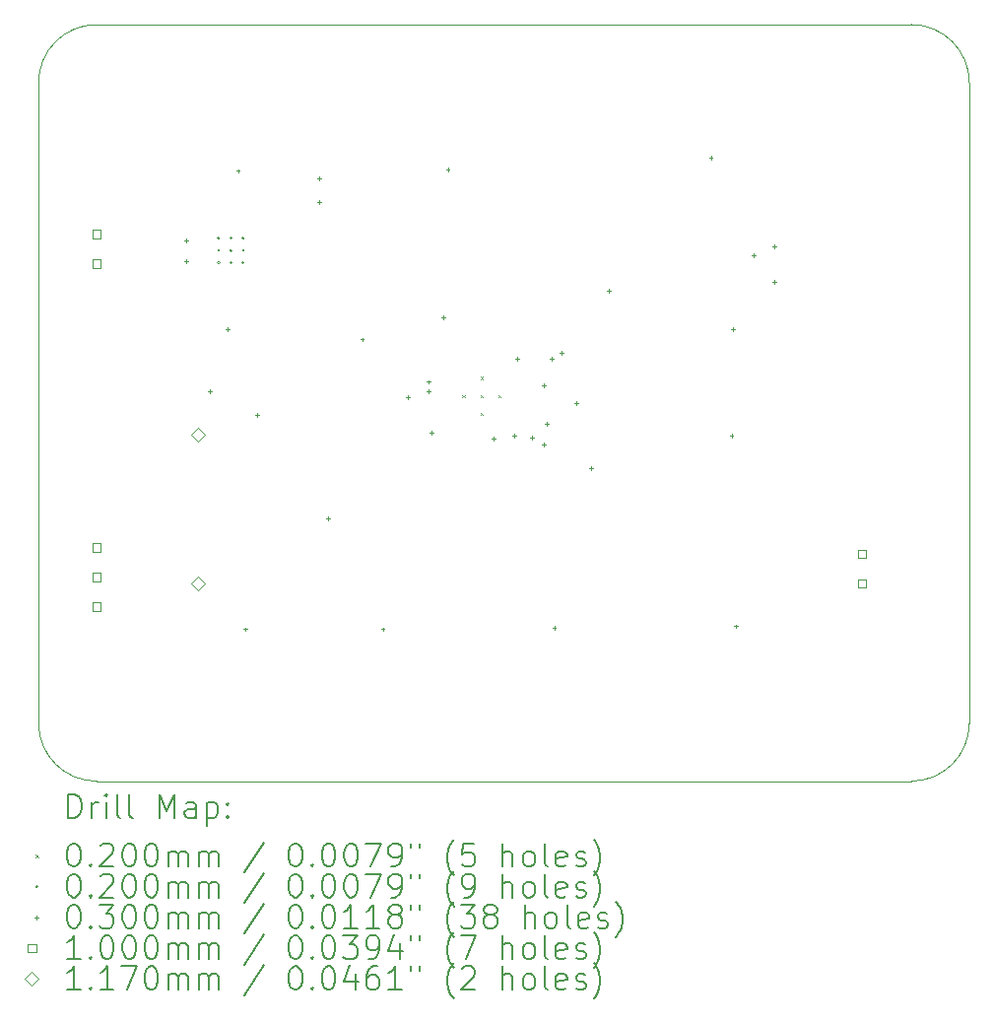
<source format=gbr>
%TF.GenerationSoftware,KiCad,Pcbnew,8.0.6-8.0.6-0~ubuntu24.04.1*%
%TF.CreationDate,2024-11-06T15:02:39+01:00*%
%TF.ProjectId,random_sampler,72616e64-6f6d-45f7-9361-6d706c65722e,rev?*%
%TF.SameCoordinates,Original*%
%TF.FileFunction,Drillmap*%
%TF.FilePolarity,Positive*%
%FSLAX45Y45*%
G04 Gerber Fmt 4.5, Leading zero omitted, Abs format (unit mm)*
G04 Created by KiCad (PCBNEW 8.0.6-8.0.6-0~ubuntu24.04.1) date 2024-11-06 15:02:39*
%MOMM*%
%LPD*%
G01*
G04 APERTURE LIST*
%ADD10C,0.100000*%
%ADD11C,0.050000*%
%ADD12C,0.200000*%
%ADD13C,0.117000*%
G04 APERTURE END LIST*
D10*
X0Y-500000D02*
G75*
G02*
X500000Y0I500000J0D01*
G01*
D11*
X7500000Y0D02*
X500000Y0D01*
X8000000Y-6000000D02*
G75*
G02*
X7500000Y-6500000I-500000J0D01*
G01*
X8000000Y-6000000D02*
X8000000Y-500000D01*
X0Y-500000D02*
X0Y-6000000D01*
X7500000Y0D02*
G75*
G02*
X8000000Y-500000I0J-500000D01*
G01*
X500000Y-6500000D02*
X7500000Y-6500000D01*
X500000Y-6500000D02*
G75*
G02*
X0Y-6000000I0J500000D01*
G01*
D12*
D10*
X3643000Y-3181400D02*
X3663000Y-3201400D01*
X3663000Y-3181400D02*
X3643000Y-3201400D01*
X3797200Y-3027000D02*
X3817200Y-3047000D01*
X3817200Y-3027000D02*
X3797200Y-3047000D01*
X3797200Y-3181400D02*
X3817200Y-3201400D01*
X3817200Y-3181400D02*
X3797200Y-3201400D01*
X3797200Y-3335000D02*
X3817200Y-3355000D01*
X3817200Y-3335000D02*
X3797200Y-3355000D01*
X3950000Y-3181400D02*
X3970000Y-3201400D01*
X3970000Y-3181400D02*
X3950000Y-3201400D01*
X1558000Y-1834850D02*
G75*
G02*
X1538000Y-1834850I-10000J0D01*
G01*
X1538000Y-1834850D02*
G75*
G02*
X1558000Y-1834850I10000J0D01*
G01*
X1558000Y-1939850D02*
G75*
G02*
X1538000Y-1939850I-10000J0D01*
G01*
X1538000Y-1939850D02*
G75*
G02*
X1558000Y-1939850I10000J0D01*
G01*
X1558000Y-2044850D02*
G75*
G02*
X1538000Y-2044850I-10000J0D01*
G01*
X1538000Y-2044850D02*
G75*
G02*
X1558000Y-2044850I10000J0D01*
G01*
X1663000Y-1834850D02*
G75*
G02*
X1643000Y-1834850I-10000J0D01*
G01*
X1643000Y-1834850D02*
G75*
G02*
X1663000Y-1834850I10000J0D01*
G01*
X1663000Y-1939850D02*
G75*
G02*
X1643000Y-1939850I-10000J0D01*
G01*
X1643000Y-1939850D02*
G75*
G02*
X1663000Y-1939850I10000J0D01*
G01*
X1663000Y-2044850D02*
G75*
G02*
X1643000Y-2044850I-10000J0D01*
G01*
X1643000Y-2044850D02*
G75*
G02*
X1663000Y-2044850I10000J0D01*
G01*
X1768000Y-1834850D02*
G75*
G02*
X1748000Y-1834850I-10000J0D01*
G01*
X1748000Y-1834850D02*
G75*
G02*
X1768000Y-1834850I10000J0D01*
G01*
X1768000Y-1939850D02*
G75*
G02*
X1748000Y-1939850I-10000J0D01*
G01*
X1748000Y-1939850D02*
G75*
G02*
X1768000Y-1939850I10000J0D01*
G01*
X1768000Y-2044850D02*
G75*
G02*
X1748000Y-2044850I-10000J0D01*
G01*
X1748000Y-2044850D02*
G75*
G02*
X1768000Y-2044850I10000J0D01*
G01*
X1270000Y-1839850D02*
X1270000Y-1869850D01*
X1255000Y-1854850D02*
X1285000Y-1854850D01*
X1270000Y-2017000D02*
X1270000Y-2047000D01*
X1255000Y-2032000D02*
X1285000Y-2032000D01*
X1473200Y-3134600D02*
X1473200Y-3164600D01*
X1458200Y-3149600D02*
X1488200Y-3149600D01*
X1625600Y-2601200D02*
X1625600Y-2631200D01*
X1610600Y-2616200D02*
X1640600Y-2616200D01*
X1714500Y-1242300D02*
X1714500Y-1272300D01*
X1699500Y-1257300D02*
X1729500Y-1257300D01*
X1778000Y-5179300D02*
X1778000Y-5209300D01*
X1763000Y-5194300D02*
X1793000Y-5194300D01*
X1879600Y-3337800D02*
X1879600Y-3367800D01*
X1864600Y-3352800D02*
X1894600Y-3352800D01*
X2413000Y-1305800D02*
X2413000Y-1335800D01*
X2398000Y-1320800D02*
X2428000Y-1320800D01*
X2413000Y-1509000D02*
X2413000Y-1539000D01*
X2398000Y-1524000D02*
X2428000Y-1524000D01*
X2489200Y-4226800D02*
X2489200Y-4256800D01*
X2474200Y-4241800D02*
X2504200Y-4241800D01*
X2781300Y-2690100D02*
X2781300Y-2720100D01*
X2766300Y-2705100D02*
X2796300Y-2705100D01*
X2959100Y-5179300D02*
X2959100Y-5209300D01*
X2944100Y-5194300D02*
X2974100Y-5194300D01*
X3175000Y-3185400D02*
X3175000Y-3215400D01*
X3160000Y-3200400D02*
X3190000Y-3200400D01*
X3352800Y-3054600D02*
X3352800Y-3084600D01*
X3337800Y-3069600D02*
X3367800Y-3069600D01*
X3352800Y-3134600D02*
X3352800Y-3164600D01*
X3337800Y-3149600D02*
X3367800Y-3149600D01*
X3378200Y-3490200D02*
X3378200Y-3520200D01*
X3363200Y-3505200D02*
X3393200Y-3505200D01*
X3479800Y-2499600D02*
X3479800Y-2529600D01*
X3464800Y-2514600D02*
X3494800Y-2514600D01*
X3517900Y-1229600D02*
X3517900Y-1259600D01*
X3502900Y-1244600D02*
X3532900Y-1244600D01*
X3911600Y-3541000D02*
X3911600Y-3571000D01*
X3896600Y-3556000D02*
X3926600Y-3556000D01*
X4089400Y-3515600D02*
X4089400Y-3545600D01*
X4074400Y-3530600D02*
X4104400Y-3530600D01*
X4114800Y-2855200D02*
X4114800Y-2885200D01*
X4099800Y-2870200D02*
X4129800Y-2870200D01*
X4241800Y-3531800D02*
X4241800Y-3561800D01*
X4226800Y-3546800D02*
X4256800Y-3546800D01*
X4343400Y-3083800D02*
X4343400Y-3113800D01*
X4328400Y-3098800D02*
X4358400Y-3098800D01*
X4343400Y-3591800D02*
X4343400Y-3621800D01*
X4328400Y-3606800D02*
X4358400Y-3606800D01*
X4368800Y-3414000D02*
X4368800Y-3444000D01*
X4353800Y-3429000D02*
X4383800Y-3429000D01*
X4408060Y-2855709D02*
X4408060Y-2885709D01*
X4393060Y-2870709D02*
X4423060Y-2870709D01*
X4432300Y-5166600D02*
X4432300Y-5196600D01*
X4417300Y-5181600D02*
X4447300Y-5181600D01*
X4495800Y-2804400D02*
X4495800Y-2834400D01*
X4480800Y-2819400D02*
X4510800Y-2819400D01*
X4622800Y-3236200D02*
X4622800Y-3266200D01*
X4607800Y-3251200D02*
X4637800Y-3251200D01*
X4749800Y-3795000D02*
X4749800Y-3825000D01*
X4734800Y-3810000D02*
X4764800Y-3810000D01*
X4902200Y-2271000D02*
X4902200Y-2301000D01*
X4887200Y-2286000D02*
X4917200Y-2286000D01*
X5778500Y-1128000D02*
X5778500Y-1158000D01*
X5763500Y-1143000D02*
X5793500Y-1143000D01*
X5956300Y-3515600D02*
X5956300Y-3545600D01*
X5941300Y-3530600D02*
X5971300Y-3530600D01*
X5969000Y-2601200D02*
X5969000Y-2631200D01*
X5954000Y-2616200D02*
X5984000Y-2616200D01*
X5994400Y-5153900D02*
X5994400Y-5183900D01*
X5979400Y-5168900D02*
X6009400Y-5168900D01*
X6146800Y-1966200D02*
X6146800Y-1996200D01*
X6131800Y-1981200D02*
X6161800Y-1981200D01*
X6324600Y-1890000D02*
X6324600Y-1920000D01*
X6309600Y-1905000D02*
X6339600Y-1905000D01*
X6324600Y-2194800D02*
X6324600Y-2224800D01*
X6309600Y-2209800D02*
X6339600Y-2209800D01*
X535356Y-1835356D02*
X535356Y-1764644D01*
X464644Y-1764644D01*
X464644Y-1835356D01*
X535356Y-1835356D01*
X535356Y-2089356D02*
X535356Y-2018644D01*
X464644Y-2018644D01*
X464644Y-2089356D01*
X535356Y-2089356D01*
X535356Y-4527356D02*
X535356Y-4456644D01*
X464644Y-4456644D01*
X464644Y-4527356D01*
X535356Y-4527356D01*
X535356Y-4781356D02*
X535356Y-4710644D01*
X464644Y-4710644D01*
X464644Y-4781356D01*
X535356Y-4781356D01*
X535356Y-5035356D02*
X535356Y-4964644D01*
X464644Y-4964644D01*
X464644Y-5035356D01*
X535356Y-5035356D01*
X7113756Y-4581356D02*
X7113756Y-4510644D01*
X7043044Y-4510644D01*
X7043044Y-4581356D01*
X7113756Y-4581356D01*
X7113756Y-4835356D02*
X7113756Y-4764644D01*
X7043044Y-4764644D01*
X7043044Y-4835356D01*
X7113756Y-4835356D01*
D13*
X1368000Y-3578500D02*
X1426500Y-3520000D01*
X1368000Y-3461500D01*
X1309500Y-3520000D01*
X1368000Y-3578500D01*
X1368000Y-4858500D02*
X1426500Y-4800000D01*
X1368000Y-4741500D01*
X1309500Y-4800000D01*
X1368000Y-4858500D01*
D12*
X255777Y-6813984D02*
X255777Y-6613984D01*
X255777Y-6613984D02*
X303396Y-6613984D01*
X303396Y-6613984D02*
X331967Y-6623508D01*
X331967Y-6623508D02*
X351015Y-6642555D01*
X351015Y-6642555D02*
X360539Y-6661603D01*
X360539Y-6661603D02*
X370062Y-6699698D01*
X370062Y-6699698D02*
X370062Y-6728269D01*
X370062Y-6728269D02*
X360539Y-6766365D01*
X360539Y-6766365D02*
X351015Y-6785412D01*
X351015Y-6785412D02*
X331967Y-6804460D01*
X331967Y-6804460D02*
X303396Y-6813984D01*
X303396Y-6813984D02*
X255777Y-6813984D01*
X455777Y-6813984D02*
X455777Y-6680650D01*
X455777Y-6718746D02*
X465301Y-6699698D01*
X465301Y-6699698D02*
X474824Y-6690174D01*
X474824Y-6690174D02*
X493872Y-6680650D01*
X493872Y-6680650D02*
X512920Y-6680650D01*
X579586Y-6813984D02*
X579586Y-6680650D01*
X579586Y-6613984D02*
X570063Y-6623508D01*
X570063Y-6623508D02*
X579586Y-6633031D01*
X579586Y-6633031D02*
X589110Y-6623508D01*
X589110Y-6623508D02*
X579586Y-6613984D01*
X579586Y-6613984D02*
X579586Y-6633031D01*
X703396Y-6813984D02*
X684348Y-6804460D01*
X684348Y-6804460D02*
X674824Y-6785412D01*
X674824Y-6785412D02*
X674824Y-6613984D01*
X808158Y-6813984D02*
X789110Y-6804460D01*
X789110Y-6804460D02*
X779586Y-6785412D01*
X779586Y-6785412D02*
X779586Y-6613984D01*
X1036729Y-6813984D02*
X1036729Y-6613984D01*
X1036729Y-6613984D02*
X1103396Y-6756841D01*
X1103396Y-6756841D02*
X1170063Y-6613984D01*
X1170063Y-6613984D02*
X1170063Y-6813984D01*
X1351015Y-6813984D02*
X1351015Y-6709222D01*
X1351015Y-6709222D02*
X1341491Y-6690174D01*
X1341491Y-6690174D02*
X1322444Y-6680650D01*
X1322444Y-6680650D02*
X1284348Y-6680650D01*
X1284348Y-6680650D02*
X1265301Y-6690174D01*
X1351015Y-6804460D02*
X1331967Y-6813984D01*
X1331967Y-6813984D02*
X1284348Y-6813984D01*
X1284348Y-6813984D02*
X1265301Y-6804460D01*
X1265301Y-6804460D02*
X1255777Y-6785412D01*
X1255777Y-6785412D02*
X1255777Y-6766365D01*
X1255777Y-6766365D02*
X1265301Y-6747317D01*
X1265301Y-6747317D02*
X1284348Y-6737793D01*
X1284348Y-6737793D02*
X1331967Y-6737793D01*
X1331967Y-6737793D02*
X1351015Y-6728269D01*
X1446253Y-6680650D02*
X1446253Y-6880650D01*
X1446253Y-6690174D02*
X1465301Y-6680650D01*
X1465301Y-6680650D02*
X1503396Y-6680650D01*
X1503396Y-6680650D02*
X1522443Y-6690174D01*
X1522443Y-6690174D02*
X1531967Y-6699698D01*
X1531967Y-6699698D02*
X1541491Y-6718746D01*
X1541491Y-6718746D02*
X1541491Y-6775888D01*
X1541491Y-6775888D02*
X1531967Y-6794936D01*
X1531967Y-6794936D02*
X1522443Y-6804460D01*
X1522443Y-6804460D02*
X1503396Y-6813984D01*
X1503396Y-6813984D02*
X1465301Y-6813984D01*
X1465301Y-6813984D02*
X1446253Y-6804460D01*
X1627205Y-6794936D02*
X1636729Y-6804460D01*
X1636729Y-6804460D02*
X1627205Y-6813984D01*
X1627205Y-6813984D02*
X1617682Y-6804460D01*
X1617682Y-6804460D02*
X1627205Y-6794936D01*
X1627205Y-6794936D02*
X1627205Y-6813984D01*
X1627205Y-6690174D02*
X1636729Y-6699698D01*
X1636729Y-6699698D02*
X1627205Y-6709222D01*
X1627205Y-6709222D02*
X1617682Y-6699698D01*
X1617682Y-6699698D02*
X1627205Y-6690174D01*
X1627205Y-6690174D02*
X1627205Y-6709222D01*
D10*
X-25000Y-7132500D02*
X-5000Y-7152500D01*
X-5000Y-7132500D02*
X-25000Y-7152500D01*
D12*
X293872Y-7033984D02*
X312920Y-7033984D01*
X312920Y-7033984D02*
X331967Y-7043508D01*
X331967Y-7043508D02*
X341491Y-7053031D01*
X341491Y-7053031D02*
X351015Y-7072079D01*
X351015Y-7072079D02*
X360539Y-7110174D01*
X360539Y-7110174D02*
X360539Y-7157793D01*
X360539Y-7157793D02*
X351015Y-7195888D01*
X351015Y-7195888D02*
X341491Y-7214936D01*
X341491Y-7214936D02*
X331967Y-7224460D01*
X331967Y-7224460D02*
X312920Y-7233984D01*
X312920Y-7233984D02*
X293872Y-7233984D01*
X293872Y-7233984D02*
X274824Y-7224460D01*
X274824Y-7224460D02*
X265301Y-7214936D01*
X265301Y-7214936D02*
X255777Y-7195888D01*
X255777Y-7195888D02*
X246253Y-7157793D01*
X246253Y-7157793D02*
X246253Y-7110174D01*
X246253Y-7110174D02*
X255777Y-7072079D01*
X255777Y-7072079D02*
X265301Y-7053031D01*
X265301Y-7053031D02*
X274824Y-7043508D01*
X274824Y-7043508D02*
X293872Y-7033984D01*
X446253Y-7214936D02*
X455777Y-7224460D01*
X455777Y-7224460D02*
X446253Y-7233984D01*
X446253Y-7233984D02*
X436729Y-7224460D01*
X436729Y-7224460D02*
X446253Y-7214936D01*
X446253Y-7214936D02*
X446253Y-7233984D01*
X531967Y-7053031D02*
X541491Y-7043508D01*
X541491Y-7043508D02*
X560539Y-7033984D01*
X560539Y-7033984D02*
X608158Y-7033984D01*
X608158Y-7033984D02*
X627205Y-7043508D01*
X627205Y-7043508D02*
X636729Y-7053031D01*
X636729Y-7053031D02*
X646253Y-7072079D01*
X646253Y-7072079D02*
X646253Y-7091127D01*
X646253Y-7091127D02*
X636729Y-7119698D01*
X636729Y-7119698D02*
X522443Y-7233984D01*
X522443Y-7233984D02*
X646253Y-7233984D01*
X770062Y-7033984D02*
X789110Y-7033984D01*
X789110Y-7033984D02*
X808158Y-7043508D01*
X808158Y-7043508D02*
X817682Y-7053031D01*
X817682Y-7053031D02*
X827205Y-7072079D01*
X827205Y-7072079D02*
X836729Y-7110174D01*
X836729Y-7110174D02*
X836729Y-7157793D01*
X836729Y-7157793D02*
X827205Y-7195888D01*
X827205Y-7195888D02*
X817682Y-7214936D01*
X817682Y-7214936D02*
X808158Y-7224460D01*
X808158Y-7224460D02*
X789110Y-7233984D01*
X789110Y-7233984D02*
X770062Y-7233984D01*
X770062Y-7233984D02*
X751015Y-7224460D01*
X751015Y-7224460D02*
X741491Y-7214936D01*
X741491Y-7214936D02*
X731967Y-7195888D01*
X731967Y-7195888D02*
X722443Y-7157793D01*
X722443Y-7157793D02*
X722443Y-7110174D01*
X722443Y-7110174D02*
X731967Y-7072079D01*
X731967Y-7072079D02*
X741491Y-7053031D01*
X741491Y-7053031D02*
X751015Y-7043508D01*
X751015Y-7043508D02*
X770062Y-7033984D01*
X960539Y-7033984D02*
X979586Y-7033984D01*
X979586Y-7033984D02*
X998634Y-7043508D01*
X998634Y-7043508D02*
X1008158Y-7053031D01*
X1008158Y-7053031D02*
X1017682Y-7072079D01*
X1017682Y-7072079D02*
X1027205Y-7110174D01*
X1027205Y-7110174D02*
X1027205Y-7157793D01*
X1027205Y-7157793D02*
X1017682Y-7195888D01*
X1017682Y-7195888D02*
X1008158Y-7214936D01*
X1008158Y-7214936D02*
X998634Y-7224460D01*
X998634Y-7224460D02*
X979586Y-7233984D01*
X979586Y-7233984D02*
X960539Y-7233984D01*
X960539Y-7233984D02*
X941491Y-7224460D01*
X941491Y-7224460D02*
X931967Y-7214936D01*
X931967Y-7214936D02*
X922443Y-7195888D01*
X922443Y-7195888D02*
X912920Y-7157793D01*
X912920Y-7157793D02*
X912920Y-7110174D01*
X912920Y-7110174D02*
X922443Y-7072079D01*
X922443Y-7072079D02*
X931967Y-7053031D01*
X931967Y-7053031D02*
X941491Y-7043508D01*
X941491Y-7043508D02*
X960539Y-7033984D01*
X1112920Y-7233984D02*
X1112920Y-7100650D01*
X1112920Y-7119698D02*
X1122444Y-7110174D01*
X1122444Y-7110174D02*
X1141491Y-7100650D01*
X1141491Y-7100650D02*
X1170063Y-7100650D01*
X1170063Y-7100650D02*
X1189110Y-7110174D01*
X1189110Y-7110174D02*
X1198634Y-7129222D01*
X1198634Y-7129222D02*
X1198634Y-7233984D01*
X1198634Y-7129222D02*
X1208158Y-7110174D01*
X1208158Y-7110174D02*
X1227205Y-7100650D01*
X1227205Y-7100650D02*
X1255777Y-7100650D01*
X1255777Y-7100650D02*
X1274825Y-7110174D01*
X1274825Y-7110174D02*
X1284348Y-7129222D01*
X1284348Y-7129222D02*
X1284348Y-7233984D01*
X1379586Y-7233984D02*
X1379586Y-7100650D01*
X1379586Y-7119698D02*
X1389110Y-7110174D01*
X1389110Y-7110174D02*
X1408158Y-7100650D01*
X1408158Y-7100650D02*
X1436729Y-7100650D01*
X1436729Y-7100650D02*
X1455777Y-7110174D01*
X1455777Y-7110174D02*
X1465301Y-7129222D01*
X1465301Y-7129222D02*
X1465301Y-7233984D01*
X1465301Y-7129222D02*
X1474824Y-7110174D01*
X1474824Y-7110174D02*
X1493872Y-7100650D01*
X1493872Y-7100650D02*
X1522443Y-7100650D01*
X1522443Y-7100650D02*
X1541491Y-7110174D01*
X1541491Y-7110174D02*
X1551015Y-7129222D01*
X1551015Y-7129222D02*
X1551015Y-7233984D01*
X1941491Y-7024460D02*
X1770063Y-7281603D01*
X2198634Y-7033984D02*
X2217682Y-7033984D01*
X2217682Y-7033984D02*
X2236729Y-7043508D01*
X2236729Y-7043508D02*
X2246253Y-7053031D01*
X2246253Y-7053031D02*
X2255777Y-7072079D01*
X2255777Y-7072079D02*
X2265301Y-7110174D01*
X2265301Y-7110174D02*
X2265301Y-7157793D01*
X2265301Y-7157793D02*
X2255777Y-7195888D01*
X2255777Y-7195888D02*
X2246253Y-7214936D01*
X2246253Y-7214936D02*
X2236729Y-7224460D01*
X2236729Y-7224460D02*
X2217682Y-7233984D01*
X2217682Y-7233984D02*
X2198634Y-7233984D01*
X2198634Y-7233984D02*
X2179587Y-7224460D01*
X2179587Y-7224460D02*
X2170063Y-7214936D01*
X2170063Y-7214936D02*
X2160539Y-7195888D01*
X2160539Y-7195888D02*
X2151015Y-7157793D01*
X2151015Y-7157793D02*
X2151015Y-7110174D01*
X2151015Y-7110174D02*
X2160539Y-7072079D01*
X2160539Y-7072079D02*
X2170063Y-7053031D01*
X2170063Y-7053031D02*
X2179587Y-7043508D01*
X2179587Y-7043508D02*
X2198634Y-7033984D01*
X2351015Y-7214936D02*
X2360539Y-7224460D01*
X2360539Y-7224460D02*
X2351015Y-7233984D01*
X2351015Y-7233984D02*
X2341491Y-7224460D01*
X2341491Y-7224460D02*
X2351015Y-7214936D01*
X2351015Y-7214936D02*
X2351015Y-7233984D01*
X2484348Y-7033984D02*
X2503396Y-7033984D01*
X2503396Y-7033984D02*
X2522444Y-7043508D01*
X2522444Y-7043508D02*
X2531968Y-7053031D01*
X2531968Y-7053031D02*
X2541491Y-7072079D01*
X2541491Y-7072079D02*
X2551015Y-7110174D01*
X2551015Y-7110174D02*
X2551015Y-7157793D01*
X2551015Y-7157793D02*
X2541491Y-7195888D01*
X2541491Y-7195888D02*
X2531968Y-7214936D01*
X2531968Y-7214936D02*
X2522444Y-7224460D01*
X2522444Y-7224460D02*
X2503396Y-7233984D01*
X2503396Y-7233984D02*
X2484348Y-7233984D01*
X2484348Y-7233984D02*
X2465301Y-7224460D01*
X2465301Y-7224460D02*
X2455777Y-7214936D01*
X2455777Y-7214936D02*
X2446253Y-7195888D01*
X2446253Y-7195888D02*
X2436729Y-7157793D01*
X2436729Y-7157793D02*
X2436729Y-7110174D01*
X2436729Y-7110174D02*
X2446253Y-7072079D01*
X2446253Y-7072079D02*
X2455777Y-7053031D01*
X2455777Y-7053031D02*
X2465301Y-7043508D01*
X2465301Y-7043508D02*
X2484348Y-7033984D01*
X2674825Y-7033984D02*
X2693872Y-7033984D01*
X2693872Y-7033984D02*
X2712920Y-7043508D01*
X2712920Y-7043508D02*
X2722444Y-7053031D01*
X2722444Y-7053031D02*
X2731968Y-7072079D01*
X2731968Y-7072079D02*
X2741491Y-7110174D01*
X2741491Y-7110174D02*
X2741491Y-7157793D01*
X2741491Y-7157793D02*
X2731968Y-7195888D01*
X2731968Y-7195888D02*
X2722444Y-7214936D01*
X2722444Y-7214936D02*
X2712920Y-7224460D01*
X2712920Y-7224460D02*
X2693872Y-7233984D01*
X2693872Y-7233984D02*
X2674825Y-7233984D01*
X2674825Y-7233984D02*
X2655777Y-7224460D01*
X2655777Y-7224460D02*
X2646253Y-7214936D01*
X2646253Y-7214936D02*
X2636729Y-7195888D01*
X2636729Y-7195888D02*
X2627206Y-7157793D01*
X2627206Y-7157793D02*
X2627206Y-7110174D01*
X2627206Y-7110174D02*
X2636729Y-7072079D01*
X2636729Y-7072079D02*
X2646253Y-7053031D01*
X2646253Y-7053031D02*
X2655777Y-7043508D01*
X2655777Y-7043508D02*
X2674825Y-7033984D01*
X2808158Y-7033984D02*
X2941491Y-7033984D01*
X2941491Y-7033984D02*
X2855777Y-7233984D01*
X3027206Y-7233984D02*
X3065301Y-7233984D01*
X3065301Y-7233984D02*
X3084348Y-7224460D01*
X3084348Y-7224460D02*
X3093872Y-7214936D01*
X3093872Y-7214936D02*
X3112920Y-7186365D01*
X3112920Y-7186365D02*
X3122444Y-7148269D01*
X3122444Y-7148269D02*
X3122444Y-7072079D01*
X3122444Y-7072079D02*
X3112920Y-7053031D01*
X3112920Y-7053031D02*
X3103396Y-7043508D01*
X3103396Y-7043508D02*
X3084348Y-7033984D01*
X3084348Y-7033984D02*
X3046253Y-7033984D01*
X3046253Y-7033984D02*
X3027206Y-7043508D01*
X3027206Y-7043508D02*
X3017682Y-7053031D01*
X3017682Y-7053031D02*
X3008158Y-7072079D01*
X3008158Y-7072079D02*
X3008158Y-7119698D01*
X3008158Y-7119698D02*
X3017682Y-7138746D01*
X3017682Y-7138746D02*
X3027206Y-7148269D01*
X3027206Y-7148269D02*
X3046253Y-7157793D01*
X3046253Y-7157793D02*
X3084348Y-7157793D01*
X3084348Y-7157793D02*
X3103396Y-7148269D01*
X3103396Y-7148269D02*
X3112920Y-7138746D01*
X3112920Y-7138746D02*
X3122444Y-7119698D01*
X3198634Y-7033984D02*
X3198634Y-7072079D01*
X3274825Y-7033984D02*
X3274825Y-7072079D01*
X3570063Y-7310174D02*
X3560539Y-7300650D01*
X3560539Y-7300650D02*
X3541491Y-7272079D01*
X3541491Y-7272079D02*
X3531968Y-7253031D01*
X3531968Y-7253031D02*
X3522444Y-7224460D01*
X3522444Y-7224460D02*
X3512920Y-7176841D01*
X3512920Y-7176841D02*
X3512920Y-7138746D01*
X3512920Y-7138746D02*
X3522444Y-7091127D01*
X3522444Y-7091127D02*
X3531968Y-7062555D01*
X3531968Y-7062555D02*
X3541491Y-7043508D01*
X3541491Y-7043508D02*
X3560539Y-7014936D01*
X3560539Y-7014936D02*
X3570063Y-7005412D01*
X3741491Y-7033984D02*
X3646253Y-7033984D01*
X3646253Y-7033984D02*
X3636729Y-7129222D01*
X3636729Y-7129222D02*
X3646253Y-7119698D01*
X3646253Y-7119698D02*
X3665301Y-7110174D01*
X3665301Y-7110174D02*
X3712920Y-7110174D01*
X3712920Y-7110174D02*
X3731968Y-7119698D01*
X3731968Y-7119698D02*
X3741491Y-7129222D01*
X3741491Y-7129222D02*
X3751015Y-7148269D01*
X3751015Y-7148269D02*
X3751015Y-7195888D01*
X3751015Y-7195888D02*
X3741491Y-7214936D01*
X3741491Y-7214936D02*
X3731968Y-7224460D01*
X3731968Y-7224460D02*
X3712920Y-7233984D01*
X3712920Y-7233984D02*
X3665301Y-7233984D01*
X3665301Y-7233984D02*
X3646253Y-7224460D01*
X3646253Y-7224460D02*
X3636729Y-7214936D01*
X3989110Y-7233984D02*
X3989110Y-7033984D01*
X4074825Y-7233984D02*
X4074825Y-7129222D01*
X4074825Y-7129222D02*
X4065301Y-7110174D01*
X4065301Y-7110174D02*
X4046253Y-7100650D01*
X4046253Y-7100650D02*
X4017682Y-7100650D01*
X4017682Y-7100650D02*
X3998634Y-7110174D01*
X3998634Y-7110174D02*
X3989110Y-7119698D01*
X4198634Y-7233984D02*
X4179587Y-7224460D01*
X4179587Y-7224460D02*
X4170063Y-7214936D01*
X4170063Y-7214936D02*
X4160539Y-7195888D01*
X4160539Y-7195888D02*
X4160539Y-7138746D01*
X4160539Y-7138746D02*
X4170063Y-7119698D01*
X4170063Y-7119698D02*
X4179587Y-7110174D01*
X4179587Y-7110174D02*
X4198634Y-7100650D01*
X4198634Y-7100650D02*
X4227206Y-7100650D01*
X4227206Y-7100650D02*
X4246253Y-7110174D01*
X4246253Y-7110174D02*
X4255777Y-7119698D01*
X4255777Y-7119698D02*
X4265301Y-7138746D01*
X4265301Y-7138746D02*
X4265301Y-7195888D01*
X4265301Y-7195888D02*
X4255777Y-7214936D01*
X4255777Y-7214936D02*
X4246253Y-7224460D01*
X4246253Y-7224460D02*
X4227206Y-7233984D01*
X4227206Y-7233984D02*
X4198634Y-7233984D01*
X4379587Y-7233984D02*
X4360539Y-7224460D01*
X4360539Y-7224460D02*
X4351015Y-7205412D01*
X4351015Y-7205412D02*
X4351015Y-7033984D01*
X4531968Y-7224460D02*
X4512920Y-7233984D01*
X4512920Y-7233984D02*
X4474825Y-7233984D01*
X4474825Y-7233984D02*
X4455777Y-7224460D01*
X4455777Y-7224460D02*
X4446253Y-7205412D01*
X4446253Y-7205412D02*
X4446253Y-7129222D01*
X4446253Y-7129222D02*
X4455777Y-7110174D01*
X4455777Y-7110174D02*
X4474825Y-7100650D01*
X4474825Y-7100650D02*
X4512920Y-7100650D01*
X4512920Y-7100650D02*
X4531968Y-7110174D01*
X4531968Y-7110174D02*
X4541492Y-7129222D01*
X4541492Y-7129222D02*
X4541492Y-7148269D01*
X4541492Y-7148269D02*
X4446253Y-7167317D01*
X4617682Y-7224460D02*
X4636730Y-7233984D01*
X4636730Y-7233984D02*
X4674825Y-7233984D01*
X4674825Y-7233984D02*
X4693873Y-7224460D01*
X4693873Y-7224460D02*
X4703396Y-7205412D01*
X4703396Y-7205412D02*
X4703396Y-7195888D01*
X4703396Y-7195888D02*
X4693873Y-7176841D01*
X4693873Y-7176841D02*
X4674825Y-7167317D01*
X4674825Y-7167317D02*
X4646253Y-7167317D01*
X4646253Y-7167317D02*
X4627206Y-7157793D01*
X4627206Y-7157793D02*
X4617682Y-7138746D01*
X4617682Y-7138746D02*
X4617682Y-7129222D01*
X4617682Y-7129222D02*
X4627206Y-7110174D01*
X4627206Y-7110174D02*
X4646253Y-7100650D01*
X4646253Y-7100650D02*
X4674825Y-7100650D01*
X4674825Y-7100650D02*
X4693873Y-7110174D01*
X4770063Y-7310174D02*
X4779587Y-7300650D01*
X4779587Y-7300650D02*
X4798634Y-7272079D01*
X4798634Y-7272079D02*
X4808158Y-7253031D01*
X4808158Y-7253031D02*
X4817682Y-7224460D01*
X4817682Y-7224460D02*
X4827206Y-7176841D01*
X4827206Y-7176841D02*
X4827206Y-7138746D01*
X4827206Y-7138746D02*
X4817682Y-7091127D01*
X4817682Y-7091127D02*
X4808158Y-7062555D01*
X4808158Y-7062555D02*
X4798634Y-7043508D01*
X4798634Y-7043508D02*
X4779587Y-7014936D01*
X4779587Y-7014936D02*
X4770063Y-7005412D01*
D10*
X-5000Y-7406500D02*
G75*
G02*
X-25000Y-7406500I-10000J0D01*
G01*
X-25000Y-7406500D02*
G75*
G02*
X-5000Y-7406500I10000J0D01*
G01*
D12*
X293872Y-7297984D02*
X312920Y-7297984D01*
X312920Y-7297984D02*
X331967Y-7307508D01*
X331967Y-7307508D02*
X341491Y-7317031D01*
X341491Y-7317031D02*
X351015Y-7336079D01*
X351015Y-7336079D02*
X360539Y-7374174D01*
X360539Y-7374174D02*
X360539Y-7421793D01*
X360539Y-7421793D02*
X351015Y-7459888D01*
X351015Y-7459888D02*
X341491Y-7478936D01*
X341491Y-7478936D02*
X331967Y-7488460D01*
X331967Y-7488460D02*
X312920Y-7497984D01*
X312920Y-7497984D02*
X293872Y-7497984D01*
X293872Y-7497984D02*
X274824Y-7488460D01*
X274824Y-7488460D02*
X265301Y-7478936D01*
X265301Y-7478936D02*
X255777Y-7459888D01*
X255777Y-7459888D02*
X246253Y-7421793D01*
X246253Y-7421793D02*
X246253Y-7374174D01*
X246253Y-7374174D02*
X255777Y-7336079D01*
X255777Y-7336079D02*
X265301Y-7317031D01*
X265301Y-7317031D02*
X274824Y-7307508D01*
X274824Y-7307508D02*
X293872Y-7297984D01*
X446253Y-7478936D02*
X455777Y-7488460D01*
X455777Y-7488460D02*
X446253Y-7497984D01*
X446253Y-7497984D02*
X436729Y-7488460D01*
X436729Y-7488460D02*
X446253Y-7478936D01*
X446253Y-7478936D02*
X446253Y-7497984D01*
X531967Y-7317031D02*
X541491Y-7307508D01*
X541491Y-7307508D02*
X560539Y-7297984D01*
X560539Y-7297984D02*
X608158Y-7297984D01*
X608158Y-7297984D02*
X627205Y-7307508D01*
X627205Y-7307508D02*
X636729Y-7317031D01*
X636729Y-7317031D02*
X646253Y-7336079D01*
X646253Y-7336079D02*
X646253Y-7355127D01*
X646253Y-7355127D02*
X636729Y-7383698D01*
X636729Y-7383698D02*
X522443Y-7497984D01*
X522443Y-7497984D02*
X646253Y-7497984D01*
X770062Y-7297984D02*
X789110Y-7297984D01*
X789110Y-7297984D02*
X808158Y-7307508D01*
X808158Y-7307508D02*
X817682Y-7317031D01*
X817682Y-7317031D02*
X827205Y-7336079D01*
X827205Y-7336079D02*
X836729Y-7374174D01*
X836729Y-7374174D02*
X836729Y-7421793D01*
X836729Y-7421793D02*
X827205Y-7459888D01*
X827205Y-7459888D02*
X817682Y-7478936D01*
X817682Y-7478936D02*
X808158Y-7488460D01*
X808158Y-7488460D02*
X789110Y-7497984D01*
X789110Y-7497984D02*
X770062Y-7497984D01*
X770062Y-7497984D02*
X751015Y-7488460D01*
X751015Y-7488460D02*
X741491Y-7478936D01*
X741491Y-7478936D02*
X731967Y-7459888D01*
X731967Y-7459888D02*
X722443Y-7421793D01*
X722443Y-7421793D02*
X722443Y-7374174D01*
X722443Y-7374174D02*
X731967Y-7336079D01*
X731967Y-7336079D02*
X741491Y-7317031D01*
X741491Y-7317031D02*
X751015Y-7307508D01*
X751015Y-7307508D02*
X770062Y-7297984D01*
X960539Y-7297984D02*
X979586Y-7297984D01*
X979586Y-7297984D02*
X998634Y-7307508D01*
X998634Y-7307508D02*
X1008158Y-7317031D01*
X1008158Y-7317031D02*
X1017682Y-7336079D01*
X1017682Y-7336079D02*
X1027205Y-7374174D01*
X1027205Y-7374174D02*
X1027205Y-7421793D01*
X1027205Y-7421793D02*
X1017682Y-7459888D01*
X1017682Y-7459888D02*
X1008158Y-7478936D01*
X1008158Y-7478936D02*
X998634Y-7488460D01*
X998634Y-7488460D02*
X979586Y-7497984D01*
X979586Y-7497984D02*
X960539Y-7497984D01*
X960539Y-7497984D02*
X941491Y-7488460D01*
X941491Y-7488460D02*
X931967Y-7478936D01*
X931967Y-7478936D02*
X922443Y-7459888D01*
X922443Y-7459888D02*
X912920Y-7421793D01*
X912920Y-7421793D02*
X912920Y-7374174D01*
X912920Y-7374174D02*
X922443Y-7336079D01*
X922443Y-7336079D02*
X931967Y-7317031D01*
X931967Y-7317031D02*
X941491Y-7307508D01*
X941491Y-7307508D02*
X960539Y-7297984D01*
X1112920Y-7497984D02*
X1112920Y-7364650D01*
X1112920Y-7383698D02*
X1122444Y-7374174D01*
X1122444Y-7374174D02*
X1141491Y-7364650D01*
X1141491Y-7364650D02*
X1170063Y-7364650D01*
X1170063Y-7364650D02*
X1189110Y-7374174D01*
X1189110Y-7374174D02*
X1198634Y-7393222D01*
X1198634Y-7393222D02*
X1198634Y-7497984D01*
X1198634Y-7393222D02*
X1208158Y-7374174D01*
X1208158Y-7374174D02*
X1227205Y-7364650D01*
X1227205Y-7364650D02*
X1255777Y-7364650D01*
X1255777Y-7364650D02*
X1274825Y-7374174D01*
X1274825Y-7374174D02*
X1284348Y-7393222D01*
X1284348Y-7393222D02*
X1284348Y-7497984D01*
X1379586Y-7497984D02*
X1379586Y-7364650D01*
X1379586Y-7383698D02*
X1389110Y-7374174D01*
X1389110Y-7374174D02*
X1408158Y-7364650D01*
X1408158Y-7364650D02*
X1436729Y-7364650D01*
X1436729Y-7364650D02*
X1455777Y-7374174D01*
X1455777Y-7374174D02*
X1465301Y-7393222D01*
X1465301Y-7393222D02*
X1465301Y-7497984D01*
X1465301Y-7393222D02*
X1474824Y-7374174D01*
X1474824Y-7374174D02*
X1493872Y-7364650D01*
X1493872Y-7364650D02*
X1522443Y-7364650D01*
X1522443Y-7364650D02*
X1541491Y-7374174D01*
X1541491Y-7374174D02*
X1551015Y-7393222D01*
X1551015Y-7393222D02*
X1551015Y-7497984D01*
X1941491Y-7288460D02*
X1770063Y-7545603D01*
X2198634Y-7297984D02*
X2217682Y-7297984D01*
X2217682Y-7297984D02*
X2236729Y-7307508D01*
X2236729Y-7307508D02*
X2246253Y-7317031D01*
X2246253Y-7317031D02*
X2255777Y-7336079D01*
X2255777Y-7336079D02*
X2265301Y-7374174D01*
X2265301Y-7374174D02*
X2265301Y-7421793D01*
X2265301Y-7421793D02*
X2255777Y-7459888D01*
X2255777Y-7459888D02*
X2246253Y-7478936D01*
X2246253Y-7478936D02*
X2236729Y-7488460D01*
X2236729Y-7488460D02*
X2217682Y-7497984D01*
X2217682Y-7497984D02*
X2198634Y-7497984D01*
X2198634Y-7497984D02*
X2179587Y-7488460D01*
X2179587Y-7488460D02*
X2170063Y-7478936D01*
X2170063Y-7478936D02*
X2160539Y-7459888D01*
X2160539Y-7459888D02*
X2151015Y-7421793D01*
X2151015Y-7421793D02*
X2151015Y-7374174D01*
X2151015Y-7374174D02*
X2160539Y-7336079D01*
X2160539Y-7336079D02*
X2170063Y-7317031D01*
X2170063Y-7317031D02*
X2179587Y-7307508D01*
X2179587Y-7307508D02*
X2198634Y-7297984D01*
X2351015Y-7478936D02*
X2360539Y-7488460D01*
X2360539Y-7488460D02*
X2351015Y-7497984D01*
X2351015Y-7497984D02*
X2341491Y-7488460D01*
X2341491Y-7488460D02*
X2351015Y-7478936D01*
X2351015Y-7478936D02*
X2351015Y-7497984D01*
X2484348Y-7297984D02*
X2503396Y-7297984D01*
X2503396Y-7297984D02*
X2522444Y-7307508D01*
X2522444Y-7307508D02*
X2531968Y-7317031D01*
X2531968Y-7317031D02*
X2541491Y-7336079D01*
X2541491Y-7336079D02*
X2551015Y-7374174D01*
X2551015Y-7374174D02*
X2551015Y-7421793D01*
X2551015Y-7421793D02*
X2541491Y-7459888D01*
X2541491Y-7459888D02*
X2531968Y-7478936D01*
X2531968Y-7478936D02*
X2522444Y-7488460D01*
X2522444Y-7488460D02*
X2503396Y-7497984D01*
X2503396Y-7497984D02*
X2484348Y-7497984D01*
X2484348Y-7497984D02*
X2465301Y-7488460D01*
X2465301Y-7488460D02*
X2455777Y-7478936D01*
X2455777Y-7478936D02*
X2446253Y-7459888D01*
X2446253Y-7459888D02*
X2436729Y-7421793D01*
X2436729Y-7421793D02*
X2436729Y-7374174D01*
X2436729Y-7374174D02*
X2446253Y-7336079D01*
X2446253Y-7336079D02*
X2455777Y-7317031D01*
X2455777Y-7317031D02*
X2465301Y-7307508D01*
X2465301Y-7307508D02*
X2484348Y-7297984D01*
X2674825Y-7297984D02*
X2693872Y-7297984D01*
X2693872Y-7297984D02*
X2712920Y-7307508D01*
X2712920Y-7307508D02*
X2722444Y-7317031D01*
X2722444Y-7317031D02*
X2731968Y-7336079D01*
X2731968Y-7336079D02*
X2741491Y-7374174D01*
X2741491Y-7374174D02*
X2741491Y-7421793D01*
X2741491Y-7421793D02*
X2731968Y-7459888D01*
X2731968Y-7459888D02*
X2722444Y-7478936D01*
X2722444Y-7478936D02*
X2712920Y-7488460D01*
X2712920Y-7488460D02*
X2693872Y-7497984D01*
X2693872Y-7497984D02*
X2674825Y-7497984D01*
X2674825Y-7497984D02*
X2655777Y-7488460D01*
X2655777Y-7488460D02*
X2646253Y-7478936D01*
X2646253Y-7478936D02*
X2636729Y-7459888D01*
X2636729Y-7459888D02*
X2627206Y-7421793D01*
X2627206Y-7421793D02*
X2627206Y-7374174D01*
X2627206Y-7374174D02*
X2636729Y-7336079D01*
X2636729Y-7336079D02*
X2646253Y-7317031D01*
X2646253Y-7317031D02*
X2655777Y-7307508D01*
X2655777Y-7307508D02*
X2674825Y-7297984D01*
X2808158Y-7297984D02*
X2941491Y-7297984D01*
X2941491Y-7297984D02*
X2855777Y-7497984D01*
X3027206Y-7497984D02*
X3065301Y-7497984D01*
X3065301Y-7497984D02*
X3084348Y-7488460D01*
X3084348Y-7488460D02*
X3093872Y-7478936D01*
X3093872Y-7478936D02*
X3112920Y-7450365D01*
X3112920Y-7450365D02*
X3122444Y-7412269D01*
X3122444Y-7412269D02*
X3122444Y-7336079D01*
X3122444Y-7336079D02*
X3112920Y-7317031D01*
X3112920Y-7317031D02*
X3103396Y-7307508D01*
X3103396Y-7307508D02*
X3084348Y-7297984D01*
X3084348Y-7297984D02*
X3046253Y-7297984D01*
X3046253Y-7297984D02*
X3027206Y-7307508D01*
X3027206Y-7307508D02*
X3017682Y-7317031D01*
X3017682Y-7317031D02*
X3008158Y-7336079D01*
X3008158Y-7336079D02*
X3008158Y-7383698D01*
X3008158Y-7383698D02*
X3017682Y-7402746D01*
X3017682Y-7402746D02*
X3027206Y-7412269D01*
X3027206Y-7412269D02*
X3046253Y-7421793D01*
X3046253Y-7421793D02*
X3084348Y-7421793D01*
X3084348Y-7421793D02*
X3103396Y-7412269D01*
X3103396Y-7412269D02*
X3112920Y-7402746D01*
X3112920Y-7402746D02*
X3122444Y-7383698D01*
X3198634Y-7297984D02*
X3198634Y-7336079D01*
X3274825Y-7297984D02*
X3274825Y-7336079D01*
X3570063Y-7574174D02*
X3560539Y-7564650D01*
X3560539Y-7564650D02*
X3541491Y-7536079D01*
X3541491Y-7536079D02*
X3531968Y-7517031D01*
X3531968Y-7517031D02*
X3522444Y-7488460D01*
X3522444Y-7488460D02*
X3512920Y-7440841D01*
X3512920Y-7440841D02*
X3512920Y-7402746D01*
X3512920Y-7402746D02*
X3522444Y-7355127D01*
X3522444Y-7355127D02*
X3531968Y-7326555D01*
X3531968Y-7326555D02*
X3541491Y-7307508D01*
X3541491Y-7307508D02*
X3560539Y-7278936D01*
X3560539Y-7278936D02*
X3570063Y-7269412D01*
X3655777Y-7497984D02*
X3693872Y-7497984D01*
X3693872Y-7497984D02*
X3712920Y-7488460D01*
X3712920Y-7488460D02*
X3722444Y-7478936D01*
X3722444Y-7478936D02*
X3741491Y-7450365D01*
X3741491Y-7450365D02*
X3751015Y-7412269D01*
X3751015Y-7412269D02*
X3751015Y-7336079D01*
X3751015Y-7336079D02*
X3741491Y-7317031D01*
X3741491Y-7317031D02*
X3731968Y-7307508D01*
X3731968Y-7307508D02*
X3712920Y-7297984D01*
X3712920Y-7297984D02*
X3674825Y-7297984D01*
X3674825Y-7297984D02*
X3655777Y-7307508D01*
X3655777Y-7307508D02*
X3646253Y-7317031D01*
X3646253Y-7317031D02*
X3636729Y-7336079D01*
X3636729Y-7336079D02*
X3636729Y-7383698D01*
X3636729Y-7383698D02*
X3646253Y-7402746D01*
X3646253Y-7402746D02*
X3655777Y-7412269D01*
X3655777Y-7412269D02*
X3674825Y-7421793D01*
X3674825Y-7421793D02*
X3712920Y-7421793D01*
X3712920Y-7421793D02*
X3731968Y-7412269D01*
X3731968Y-7412269D02*
X3741491Y-7402746D01*
X3741491Y-7402746D02*
X3751015Y-7383698D01*
X3989110Y-7497984D02*
X3989110Y-7297984D01*
X4074825Y-7497984D02*
X4074825Y-7393222D01*
X4074825Y-7393222D02*
X4065301Y-7374174D01*
X4065301Y-7374174D02*
X4046253Y-7364650D01*
X4046253Y-7364650D02*
X4017682Y-7364650D01*
X4017682Y-7364650D02*
X3998634Y-7374174D01*
X3998634Y-7374174D02*
X3989110Y-7383698D01*
X4198634Y-7497984D02*
X4179587Y-7488460D01*
X4179587Y-7488460D02*
X4170063Y-7478936D01*
X4170063Y-7478936D02*
X4160539Y-7459888D01*
X4160539Y-7459888D02*
X4160539Y-7402746D01*
X4160539Y-7402746D02*
X4170063Y-7383698D01*
X4170063Y-7383698D02*
X4179587Y-7374174D01*
X4179587Y-7374174D02*
X4198634Y-7364650D01*
X4198634Y-7364650D02*
X4227206Y-7364650D01*
X4227206Y-7364650D02*
X4246253Y-7374174D01*
X4246253Y-7374174D02*
X4255777Y-7383698D01*
X4255777Y-7383698D02*
X4265301Y-7402746D01*
X4265301Y-7402746D02*
X4265301Y-7459888D01*
X4265301Y-7459888D02*
X4255777Y-7478936D01*
X4255777Y-7478936D02*
X4246253Y-7488460D01*
X4246253Y-7488460D02*
X4227206Y-7497984D01*
X4227206Y-7497984D02*
X4198634Y-7497984D01*
X4379587Y-7497984D02*
X4360539Y-7488460D01*
X4360539Y-7488460D02*
X4351015Y-7469412D01*
X4351015Y-7469412D02*
X4351015Y-7297984D01*
X4531968Y-7488460D02*
X4512920Y-7497984D01*
X4512920Y-7497984D02*
X4474825Y-7497984D01*
X4474825Y-7497984D02*
X4455777Y-7488460D01*
X4455777Y-7488460D02*
X4446253Y-7469412D01*
X4446253Y-7469412D02*
X4446253Y-7393222D01*
X4446253Y-7393222D02*
X4455777Y-7374174D01*
X4455777Y-7374174D02*
X4474825Y-7364650D01*
X4474825Y-7364650D02*
X4512920Y-7364650D01*
X4512920Y-7364650D02*
X4531968Y-7374174D01*
X4531968Y-7374174D02*
X4541492Y-7393222D01*
X4541492Y-7393222D02*
X4541492Y-7412269D01*
X4541492Y-7412269D02*
X4446253Y-7431317D01*
X4617682Y-7488460D02*
X4636730Y-7497984D01*
X4636730Y-7497984D02*
X4674825Y-7497984D01*
X4674825Y-7497984D02*
X4693873Y-7488460D01*
X4693873Y-7488460D02*
X4703396Y-7469412D01*
X4703396Y-7469412D02*
X4703396Y-7459888D01*
X4703396Y-7459888D02*
X4693873Y-7440841D01*
X4693873Y-7440841D02*
X4674825Y-7431317D01*
X4674825Y-7431317D02*
X4646253Y-7431317D01*
X4646253Y-7431317D02*
X4627206Y-7421793D01*
X4627206Y-7421793D02*
X4617682Y-7402746D01*
X4617682Y-7402746D02*
X4617682Y-7393222D01*
X4617682Y-7393222D02*
X4627206Y-7374174D01*
X4627206Y-7374174D02*
X4646253Y-7364650D01*
X4646253Y-7364650D02*
X4674825Y-7364650D01*
X4674825Y-7364650D02*
X4693873Y-7374174D01*
X4770063Y-7574174D02*
X4779587Y-7564650D01*
X4779587Y-7564650D02*
X4798634Y-7536079D01*
X4798634Y-7536079D02*
X4808158Y-7517031D01*
X4808158Y-7517031D02*
X4817682Y-7488460D01*
X4817682Y-7488460D02*
X4827206Y-7440841D01*
X4827206Y-7440841D02*
X4827206Y-7402746D01*
X4827206Y-7402746D02*
X4817682Y-7355127D01*
X4817682Y-7355127D02*
X4808158Y-7326555D01*
X4808158Y-7326555D02*
X4798634Y-7307508D01*
X4798634Y-7307508D02*
X4779587Y-7278936D01*
X4779587Y-7278936D02*
X4770063Y-7269412D01*
D10*
X-20000Y-7655500D02*
X-20000Y-7685500D01*
X-35000Y-7670500D02*
X-5000Y-7670500D01*
D12*
X293872Y-7561984D02*
X312920Y-7561984D01*
X312920Y-7561984D02*
X331967Y-7571508D01*
X331967Y-7571508D02*
X341491Y-7581031D01*
X341491Y-7581031D02*
X351015Y-7600079D01*
X351015Y-7600079D02*
X360539Y-7638174D01*
X360539Y-7638174D02*
X360539Y-7685793D01*
X360539Y-7685793D02*
X351015Y-7723888D01*
X351015Y-7723888D02*
X341491Y-7742936D01*
X341491Y-7742936D02*
X331967Y-7752460D01*
X331967Y-7752460D02*
X312920Y-7761984D01*
X312920Y-7761984D02*
X293872Y-7761984D01*
X293872Y-7761984D02*
X274824Y-7752460D01*
X274824Y-7752460D02*
X265301Y-7742936D01*
X265301Y-7742936D02*
X255777Y-7723888D01*
X255777Y-7723888D02*
X246253Y-7685793D01*
X246253Y-7685793D02*
X246253Y-7638174D01*
X246253Y-7638174D02*
X255777Y-7600079D01*
X255777Y-7600079D02*
X265301Y-7581031D01*
X265301Y-7581031D02*
X274824Y-7571508D01*
X274824Y-7571508D02*
X293872Y-7561984D01*
X446253Y-7742936D02*
X455777Y-7752460D01*
X455777Y-7752460D02*
X446253Y-7761984D01*
X446253Y-7761984D02*
X436729Y-7752460D01*
X436729Y-7752460D02*
X446253Y-7742936D01*
X446253Y-7742936D02*
X446253Y-7761984D01*
X522443Y-7561984D02*
X646253Y-7561984D01*
X646253Y-7561984D02*
X579586Y-7638174D01*
X579586Y-7638174D02*
X608158Y-7638174D01*
X608158Y-7638174D02*
X627205Y-7647698D01*
X627205Y-7647698D02*
X636729Y-7657222D01*
X636729Y-7657222D02*
X646253Y-7676269D01*
X646253Y-7676269D02*
X646253Y-7723888D01*
X646253Y-7723888D02*
X636729Y-7742936D01*
X636729Y-7742936D02*
X627205Y-7752460D01*
X627205Y-7752460D02*
X608158Y-7761984D01*
X608158Y-7761984D02*
X551015Y-7761984D01*
X551015Y-7761984D02*
X531967Y-7752460D01*
X531967Y-7752460D02*
X522443Y-7742936D01*
X770062Y-7561984D02*
X789110Y-7561984D01*
X789110Y-7561984D02*
X808158Y-7571508D01*
X808158Y-7571508D02*
X817682Y-7581031D01*
X817682Y-7581031D02*
X827205Y-7600079D01*
X827205Y-7600079D02*
X836729Y-7638174D01*
X836729Y-7638174D02*
X836729Y-7685793D01*
X836729Y-7685793D02*
X827205Y-7723888D01*
X827205Y-7723888D02*
X817682Y-7742936D01*
X817682Y-7742936D02*
X808158Y-7752460D01*
X808158Y-7752460D02*
X789110Y-7761984D01*
X789110Y-7761984D02*
X770062Y-7761984D01*
X770062Y-7761984D02*
X751015Y-7752460D01*
X751015Y-7752460D02*
X741491Y-7742936D01*
X741491Y-7742936D02*
X731967Y-7723888D01*
X731967Y-7723888D02*
X722443Y-7685793D01*
X722443Y-7685793D02*
X722443Y-7638174D01*
X722443Y-7638174D02*
X731967Y-7600079D01*
X731967Y-7600079D02*
X741491Y-7581031D01*
X741491Y-7581031D02*
X751015Y-7571508D01*
X751015Y-7571508D02*
X770062Y-7561984D01*
X960539Y-7561984D02*
X979586Y-7561984D01*
X979586Y-7561984D02*
X998634Y-7571508D01*
X998634Y-7571508D02*
X1008158Y-7581031D01*
X1008158Y-7581031D02*
X1017682Y-7600079D01*
X1017682Y-7600079D02*
X1027205Y-7638174D01*
X1027205Y-7638174D02*
X1027205Y-7685793D01*
X1027205Y-7685793D02*
X1017682Y-7723888D01*
X1017682Y-7723888D02*
X1008158Y-7742936D01*
X1008158Y-7742936D02*
X998634Y-7752460D01*
X998634Y-7752460D02*
X979586Y-7761984D01*
X979586Y-7761984D02*
X960539Y-7761984D01*
X960539Y-7761984D02*
X941491Y-7752460D01*
X941491Y-7752460D02*
X931967Y-7742936D01*
X931967Y-7742936D02*
X922443Y-7723888D01*
X922443Y-7723888D02*
X912920Y-7685793D01*
X912920Y-7685793D02*
X912920Y-7638174D01*
X912920Y-7638174D02*
X922443Y-7600079D01*
X922443Y-7600079D02*
X931967Y-7581031D01*
X931967Y-7581031D02*
X941491Y-7571508D01*
X941491Y-7571508D02*
X960539Y-7561984D01*
X1112920Y-7761984D02*
X1112920Y-7628650D01*
X1112920Y-7647698D02*
X1122444Y-7638174D01*
X1122444Y-7638174D02*
X1141491Y-7628650D01*
X1141491Y-7628650D02*
X1170063Y-7628650D01*
X1170063Y-7628650D02*
X1189110Y-7638174D01*
X1189110Y-7638174D02*
X1198634Y-7657222D01*
X1198634Y-7657222D02*
X1198634Y-7761984D01*
X1198634Y-7657222D02*
X1208158Y-7638174D01*
X1208158Y-7638174D02*
X1227205Y-7628650D01*
X1227205Y-7628650D02*
X1255777Y-7628650D01*
X1255777Y-7628650D02*
X1274825Y-7638174D01*
X1274825Y-7638174D02*
X1284348Y-7657222D01*
X1284348Y-7657222D02*
X1284348Y-7761984D01*
X1379586Y-7761984D02*
X1379586Y-7628650D01*
X1379586Y-7647698D02*
X1389110Y-7638174D01*
X1389110Y-7638174D02*
X1408158Y-7628650D01*
X1408158Y-7628650D02*
X1436729Y-7628650D01*
X1436729Y-7628650D02*
X1455777Y-7638174D01*
X1455777Y-7638174D02*
X1465301Y-7657222D01*
X1465301Y-7657222D02*
X1465301Y-7761984D01*
X1465301Y-7657222D02*
X1474824Y-7638174D01*
X1474824Y-7638174D02*
X1493872Y-7628650D01*
X1493872Y-7628650D02*
X1522443Y-7628650D01*
X1522443Y-7628650D02*
X1541491Y-7638174D01*
X1541491Y-7638174D02*
X1551015Y-7657222D01*
X1551015Y-7657222D02*
X1551015Y-7761984D01*
X1941491Y-7552460D02*
X1770063Y-7809603D01*
X2198634Y-7561984D02*
X2217682Y-7561984D01*
X2217682Y-7561984D02*
X2236729Y-7571508D01*
X2236729Y-7571508D02*
X2246253Y-7581031D01*
X2246253Y-7581031D02*
X2255777Y-7600079D01*
X2255777Y-7600079D02*
X2265301Y-7638174D01*
X2265301Y-7638174D02*
X2265301Y-7685793D01*
X2265301Y-7685793D02*
X2255777Y-7723888D01*
X2255777Y-7723888D02*
X2246253Y-7742936D01*
X2246253Y-7742936D02*
X2236729Y-7752460D01*
X2236729Y-7752460D02*
X2217682Y-7761984D01*
X2217682Y-7761984D02*
X2198634Y-7761984D01*
X2198634Y-7761984D02*
X2179587Y-7752460D01*
X2179587Y-7752460D02*
X2170063Y-7742936D01*
X2170063Y-7742936D02*
X2160539Y-7723888D01*
X2160539Y-7723888D02*
X2151015Y-7685793D01*
X2151015Y-7685793D02*
X2151015Y-7638174D01*
X2151015Y-7638174D02*
X2160539Y-7600079D01*
X2160539Y-7600079D02*
X2170063Y-7581031D01*
X2170063Y-7581031D02*
X2179587Y-7571508D01*
X2179587Y-7571508D02*
X2198634Y-7561984D01*
X2351015Y-7742936D02*
X2360539Y-7752460D01*
X2360539Y-7752460D02*
X2351015Y-7761984D01*
X2351015Y-7761984D02*
X2341491Y-7752460D01*
X2341491Y-7752460D02*
X2351015Y-7742936D01*
X2351015Y-7742936D02*
X2351015Y-7761984D01*
X2484348Y-7561984D02*
X2503396Y-7561984D01*
X2503396Y-7561984D02*
X2522444Y-7571508D01*
X2522444Y-7571508D02*
X2531968Y-7581031D01*
X2531968Y-7581031D02*
X2541491Y-7600079D01*
X2541491Y-7600079D02*
X2551015Y-7638174D01*
X2551015Y-7638174D02*
X2551015Y-7685793D01*
X2551015Y-7685793D02*
X2541491Y-7723888D01*
X2541491Y-7723888D02*
X2531968Y-7742936D01*
X2531968Y-7742936D02*
X2522444Y-7752460D01*
X2522444Y-7752460D02*
X2503396Y-7761984D01*
X2503396Y-7761984D02*
X2484348Y-7761984D01*
X2484348Y-7761984D02*
X2465301Y-7752460D01*
X2465301Y-7752460D02*
X2455777Y-7742936D01*
X2455777Y-7742936D02*
X2446253Y-7723888D01*
X2446253Y-7723888D02*
X2436729Y-7685793D01*
X2436729Y-7685793D02*
X2436729Y-7638174D01*
X2436729Y-7638174D02*
X2446253Y-7600079D01*
X2446253Y-7600079D02*
X2455777Y-7581031D01*
X2455777Y-7581031D02*
X2465301Y-7571508D01*
X2465301Y-7571508D02*
X2484348Y-7561984D01*
X2741491Y-7761984D02*
X2627206Y-7761984D01*
X2684348Y-7761984D02*
X2684348Y-7561984D01*
X2684348Y-7561984D02*
X2665301Y-7590555D01*
X2665301Y-7590555D02*
X2646253Y-7609603D01*
X2646253Y-7609603D02*
X2627206Y-7619127D01*
X2931967Y-7761984D02*
X2817682Y-7761984D01*
X2874825Y-7761984D02*
X2874825Y-7561984D01*
X2874825Y-7561984D02*
X2855777Y-7590555D01*
X2855777Y-7590555D02*
X2836729Y-7609603D01*
X2836729Y-7609603D02*
X2817682Y-7619127D01*
X3046253Y-7647698D02*
X3027206Y-7638174D01*
X3027206Y-7638174D02*
X3017682Y-7628650D01*
X3017682Y-7628650D02*
X3008158Y-7609603D01*
X3008158Y-7609603D02*
X3008158Y-7600079D01*
X3008158Y-7600079D02*
X3017682Y-7581031D01*
X3017682Y-7581031D02*
X3027206Y-7571508D01*
X3027206Y-7571508D02*
X3046253Y-7561984D01*
X3046253Y-7561984D02*
X3084348Y-7561984D01*
X3084348Y-7561984D02*
X3103396Y-7571508D01*
X3103396Y-7571508D02*
X3112920Y-7581031D01*
X3112920Y-7581031D02*
X3122444Y-7600079D01*
X3122444Y-7600079D02*
X3122444Y-7609603D01*
X3122444Y-7609603D02*
X3112920Y-7628650D01*
X3112920Y-7628650D02*
X3103396Y-7638174D01*
X3103396Y-7638174D02*
X3084348Y-7647698D01*
X3084348Y-7647698D02*
X3046253Y-7647698D01*
X3046253Y-7647698D02*
X3027206Y-7657222D01*
X3027206Y-7657222D02*
X3017682Y-7666746D01*
X3017682Y-7666746D02*
X3008158Y-7685793D01*
X3008158Y-7685793D02*
X3008158Y-7723888D01*
X3008158Y-7723888D02*
X3017682Y-7742936D01*
X3017682Y-7742936D02*
X3027206Y-7752460D01*
X3027206Y-7752460D02*
X3046253Y-7761984D01*
X3046253Y-7761984D02*
X3084348Y-7761984D01*
X3084348Y-7761984D02*
X3103396Y-7752460D01*
X3103396Y-7752460D02*
X3112920Y-7742936D01*
X3112920Y-7742936D02*
X3122444Y-7723888D01*
X3122444Y-7723888D02*
X3122444Y-7685793D01*
X3122444Y-7685793D02*
X3112920Y-7666746D01*
X3112920Y-7666746D02*
X3103396Y-7657222D01*
X3103396Y-7657222D02*
X3084348Y-7647698D01*
X3198634Y-7561984D02*
X3198634Y-7600079D01*
X3274825Y-7561984D02*
X3274825Y-7600079D01*
X3570063Y-7838174D02*
X3560539Y-7828650D01*
X3560539Y-7828650D02*
X3541491Y-7800079D01*
X3541491Y-7800079D02*
X3531968Y-7781031D01*
X3531968Y-7781031D02*
X3522444Y-7752460D01*
X3522444Y-7752460D02*
X3512920Y-7704841D01*
X3512920Y-7704841D02*
X3512920Y-7666746D01*
X3512920Y-7666746D02*
X3522444Y-7619127D01*
X3522444Y-7619127D02*
X3531968Y-7590555D01*
X3531968Y-7590555D02*
X3541491Y-7571508D01*
X3541491Y-7571508D02*
X3560539Y-7542936D01*
X3560539Y-7542936D02*
X3570063Y-7533412D01*
X3627206Y-7561984D02*
X3751015Y-7561984D01*
X3751015Y-7561984D02*
X3684348Y-7638174D01*
X3684348Y-7638174D02*
X3712920Y-7638174D01*
X3712920Y-7638174D02*
X3731968Y-7647698D01*
X3731968Y-7647698D02*
X3741491Y-7657222D01*
X3741491Y-7657222D02*
X3751015Y-7676269D01*
X3751015Y-7676269D02*
X3751015Y-7723888D01*
X3751015Y-7723888D02*
X3741491Y-7742936D01*
X3741491Y-7742936D02*
X3731968Y-7752460D01*
X3731968Y-7752460D02*
X3712920Y-7761984D01*
X3712920Y-7761984D02*
X3655777Y-7761984D01*
X3655777Y-7761984D02*
X3636729Y-7752460D01*
X3636729Y-7752460D02*
X3627206Y-7742936D01*
X3865301Y-7647698D02*
X3846253Y-7638174D01*
X3846253Y-7638174D02*
X3836729Y-7628650D01*
X3836729Y-7628650D02*
X3827206Y-7609603D01*
X3827206Y-7609603D02*
X3827206Y-7600079D01*
X3827206Y-7600079D02*
X3836729Y-7581031D01*
X3836729Y-7581031D02*
X3846253Y-7571508D01*
X3846253Y-7571508D02*
X3865301Y-7561984D01*
X3865301Y-7561984D02*
X3903396Y-7561984D01*
X3903396Y-7561984D02*
X3922444Y-7571508D01*
X3922444Y-7571508D02*
X3931968Y-7581031D01*
X3931968Y-7581031D02*
X3941491Y-7600079D01*
X3941491Y-7600079D02*
X3941491Y-7609603D01*
X3941491Y-7609603D02*
X3931968Y-7628650D01*
X3931968Y-7628650D02*
X3922444Y-7638174D01*
X3922444Y-7638174D02*
X3903396Y-7647698D01*
X3903396Y-7647698D02*
X3865301Y-7647698D01*
X3865301Y-7647698D02*
X3846253Y-7657222D01*
X3846253Y-7657222D02*
X3836729Y-7666746D01*
X3836729Y-7666746D02*
X3827206Y-7685793D01*
X3827206Y-7685793D02*
X3827206Y-7723888D01*
X3827206Y-7723888D02*
X3836729Y-7742936D01*
X3836729Y-7742936D02*
X3846253Y-7752460D01*
X3846253Y-7752460D02*
X3865301Y-7761984D01*
X3865301Y-7761984D02*
X3903396Y-7761984D01*
X3903396Y-7761984D02*
X3922444Y-7752460D01*
X3922444Y-7752460D02*
X3931968Y-7742936D01*
X3931968Y-7742936D02*
X3941491Y-7723888D01*
X3941491Y-7723888D02*
X3941491Y-7685793D01*
X3941491Y-7685793D02*
X3931968Y-7666746D01*
X3931968Y-7666746D02*
X3922444Y-7657222D01*
X3922444Y-7657222D02*
X3903396Y-7647698D01*
X4179587Y-7761984D02*
X4179587Y-7561984D01*
X4265301Y-7761984D02*
X4265301Y-7657222D01*
X4265301Y-7657222D02*
X4255777Y-7638174D01*
X4255777Y-7638174D02*
X4236730Y-7628650D01*
X4236730Y-7628650D02*
X4208158Y-7628650D01*
X4208158Y-7628650D02*
X4189110Y-7638174D01*
X4189110Y-7638174D02*
X4179587Y-7647698D01*
X4389111Y-7761984D02*
X4370063Y-7752460D01*
X4370063Y-7752460D02*
X4360539Y-7742936D01*
X4360539Y-7742936D02*
X4351015Y-7723888D01*
X4351015Y-7723888D02*
X4351015Y-7666746D01*
X4351015Y-7666746D02*
X4360539Y-7647698D01*
X4360539Y-7647698D02*
X4370063Y-7638174D01*
X4370063Y-7638174D02*
X4389111Y-7628650D01*
X4389111Y-7628650D02*
X4417682Y-7628650D01*
X4417682Y-7628650D02*
X4436730Y-7638174D01*
X4436730Y-7638174D02*
X4446253Y-7647698D01*
X4446253Y-7647698D02*
X4455777Y-7666746D01*
X4455777Y-7666746D02*
X4455777Y-7723888D01*
X4455777Y-7723888D02*
X4446253Y-7742936D01*
X4446253Y-7742936D02*
X4436730Y-7752460D01*
X4436730Y-7752460D02*
X4417682Y-7761984D01*
X4417682Y-7761984D02*
X4389111Y-7761984D01*
X4570063Y-7761984D02*
X4551015Y-7752460D01*
X4551015Y-7752460D02*
X4541492Y-7733412D01*
X4541492Y-7733412D02*
X4541492Y-7561984D01*
X4722444Y-7752460D02*
X4703396Y-7761984D01*
X4703396Y-7761984D02*
X4665301Y-7761984D01*
X4665301Y-7761984D02*
X4646253Y-7752460D01*
X4646253Y-7752460D02*
X4636730Y-7733412D01*
X4636730Y-7733412D02*
X4636730Y-7657222D01*
X4636730Y-7657222D02*
X4646253Y-7638174D01*
X4646253Y-7638174D02*
X4665301Y-7628650D01*
X4665301Y-7628650D02*
X4703396Y-7628650D01*
X4703396Y-7628650D02*
X4722444Y-7638174D01*
X4722444Y-7638174D02*
X4731968Y-7657222D01*
X4731968Y-7657222D02*
X4731968Y-7676269D01*
X4731968Y-7676269D02*
X4636730Y-7695317D01*
X4808158Y-7752460D02*
X4827206Y-7761984D01*
X4827206Y-7761984D02*
X4865301Y-7761984D01*
X4865301Y-7761984D02*
X4884349Y-7752460D01*
X4884349Y-7752460D02*
X4893873Y-7733412D01*
X4893873Y-7733412D02*
X4893873Y-7723888D01*
X4893873Y-7723888D02*
X4884349Y-7704841D01*
X4884349Y-7704841D02*
X4865301Y-7695317D01*
X4865301Y-7695317D02*
X4836730Y-7695317D01*
X4836730Y-7695317D02*
X4817682Y-7685793D01*
X4817682Y-7685793D02*
X4808158Y-7666746D01*
X4808158Y-7666746D02*
X4808158Y-7657222D01*
X4808158Y-7657222D02*
X4817682Y-7638174D01*
X4817682Y-7638174D02*
X4836730Y-7628650D01*
X4836730Y-7628650D02*
X4865301Y-7628650D01*
X4865301Y-7628650D02*
X4884349Y-7638174D01*
X4960539Y-7838174D02*
X4970063Y-7828650D01*
X4970063Y-7828650D02*
X4989111Y-7800079D01*
X4989111Y-7800079D02*
X4998634Y-7781031D01*
X4998634Y-7781031D02*
X5008158Y-7752460D01*
X5008158Y-7752460D02*
X5017682Y-7704841D01*
X5017682Y-7704841D02*
X5017682Y-7666746D01*
X5017682Y-7666746D02*
X5008158Y-7619127D01*
X5008158Y-7619127D02*
X4998634Y-7590555D01*
X4998634Y-7590555D02*
X4989111Y-7571508D01*
X4989111Y-7571508D02*
X4970063Y-7542936D01*
X4970063Y-7542936D02*
X4960539Y-7533412D01*
D10*
X-19644Y-7969856D02*
X-19644Y-7899144D01*
X-90356Y-7899144D01*
X-90356Y-7969856D01*
X-19644Y-7969856D01*
D12*
X360539Y-8025984D02*
X246253Y-8025984D01*
X303396Y-8025984D02*
X303396Y-7825984D01*
X303396Y-7825984D02*
X284348Y-7854555D01*
X284348Y-7854555D02*
X265301Y-7873603D01*
X265301Y-7873603D02*
X246253Y-7883127D01*
X446253Y-8006936D02*
X455777Y-8016460D01*
X455777Y-8016460D02*
X446253Y-8025984D01*
X446253Y-8025984D02*
X436729Y-8016460D01*
X436729Y-8016460D02*
X446253Y-8006936D01*
X446253Y-8006936D02*
X446253Y-8025984D01*
X579586Y-7825984D02*
X598634Y-7825984D01*
X598634Y-7825984D02*
X617682Y-7835508D01*
X617682Y-7835508D02*
X627205Y-7845031D01*
X627205Y-7845031D02*
X636729Y-7864079D01*
X636729Y-7864079D02*
X646253Y-7902174D01*
X646253Y-7902174D02*
X646253Y-7949793D01*
X646253Y-7949793D02*
X636729Y-7987888D01*
X636729Y-7987888D02*
X627205Y-8006936D01*
X627205Y-8006936D02*
X617682Y-8016460D01*
X617682Y-8016460D02*
X598634Y-8025984D01*
X598634Y-8025984D02*
X579586Y-8025984D01*
X579586Y-8025984D02*
X560539Y-8016460D01*
X560539Y-8016460D02*
X551015Y-8006936D01*
X551015Y-8006936D02*
X541491Y-7987888D01*
X541491Y-7987888D02*
X531967Y-7949793D01*
X531967Y-7949793D02*
X531967Y-7902174D01*
X531967Y-7902174D02*
X541491Y-7864079D01*
X541491Y-7864079D02*
X551015Y-7845031D01*
X551015Y-7845031D02*
X560539Y-7835508D01*
X560539Y-7835508D02*
X579586Y-7825984D01*
X770062Y-7825984D02*
X789110Y-7825984D01*
X789110Y-7825984D02*
X808158Y-7835508D01*
X808158Y-7835508D02*
X817682Y-7845031D01*
X817682Y-7845031D02*
X827205Y-7864079D01*
X827205Y-7864079D02*
X836729Y-7902174D01*
X836729Y-7902174D02*
X836729Y-7949793D01*
X836729Y-7949793D02*
X827205Y-7987888D01*
X827205Y-7987888D02*
X817682Y-8006936D01*
X817682Y-8006936D02*
X808158Y-8016460D01*
X808158Y-8016460D02*
X789110Y-8025984D01*
X789110Y-8025984D02*
X770062Y-8025984D01*
X770062Y-8025984D02*
X751015Y-8016460D01*
X751015Y-8016460D02*
X741491Y-8006936D01*
X741491Y-8006936D02*
X731967Y-7987888D01*
X731967Y-7987888D02*
X722443Y-7949793D01*
X722443Y-7949793D02*
X722443Y-7902174D01*
X722443Y-7902174D02*
X731967Y-7864079D01*
X731967Y-7864079D02*
X741491Y-7845031D01*
X741491Y-7845031D02*
X751015Y-7835508D01*
X751015Y-7835508D02*
X770062Y-7825984D01*
X960539Y-7825984D02*
X979586Y-7825984D01*
X979586Y-7825984D02*
X998634Y-7835508D01*
X998634Y-7835508D02*
X1008158Y-7845031D01*
X1008158Y-7845031D02*
X1017682Y-7864079D01*
X1017682Y-7864079D02*
X1027205Y-7902174D01*
X1027205Y-7902174D02*
X1027205Y-7949793D01*
X1027205Y-7949793D02*
X1017682Y-7987888D01*
X1017682Y-7987888D02*
X1008158Y-8006936D01*
X1008158Y-8006936D02*
X998634Y-8016460D01*
X998634Y-8016460D02*
X979586Y-8025984D01*
X979586Y-8025984D02*
X960539Y-8025984D01*
X960539Y-8025984D02*
X941491Y-8016460D01*
X941491Y-8016460D02*
X931967Y-8006936D01*
X931967Y-8006936D02*
X922443Y-7987888D01*
X922443Y-7987888D02*
X912920Y-7949793D01*
X912920Y-7949793D02*
X912920Y-7902174D01*
X912920Y-7902174D02*
X922443Y-7864079D01*
X922443Y-7864079D02*
X931967Y-7845031D01*
X931967Y-7845031D02*
X941491Y-7835508D01*
X941491Y-7835508D02*
X960539Y-7825984D01*
X1112920Y-8025984D02*
X1112920Y-7892650D01*
X1112920Y-7911698D02*
X1122444Y-7902174D01*
X1122444Y-7902174D02*
X1141491Y-7892650D01*
X1141491Y-7892650D02*
X1170063Y-7892650D01*
X1170063Y-7892650D02*
X1189110Y-7902174D01*
X1189110Y-7902174D02*
X1198634Y-7921222D01*
X1198634Y-7921222D02*
X1198634Y-8025984D01*
X1198634Y-7921222D02*
X1208158Y-7902174D01*
X1208158Y-7902174D02*
X1227205Y-7892650D01*
X1227205Y-7892650D02*
X1255777Y-7892650D01*
X1255777Y-7892650D02*
X1274825Y-7902174D01*
X1274825Y-7902174D02*
X1284348Y-7921222D01*
X1284348Y-7921222D02*
X1284348Y-8025984D01*
X1379586Y-8025984D02*
X1379586Y-7892650D01*
X1379586Y-7911698D02*
X1389110Y-7902174D01*
X1389110Y-7902174D02*
X1408158Y-7892650D01*
X1408158Y-7892650D02*
X1436729Y-7892650D01*
X1436729Y-7892650D02*
X1455777Y-7902174D01*
X1455777Y-7902174D02*
X1465301Y-7921222D01*
X1465301Y-7921222D02*
X1465301Y-8025984D01*
X1465301Y-7921222D02*
X1474824Y-7902174D01*
X1474824Y-7902174D02*
X1493872Y-7892650D01*
X1493872Y-7892650D02*
X1522443Y-7892650D01*
X1522443Y-7892650D02*
X1541491Y-7902174D01*
X1541491Y-7902174D02*
X1551015Y-7921222D01*
X1551015Y-7921222D02*
X1551015Y-8025984D01*
X1941491Y-7816460D02*
X1770063Y-8073603D01*
X2198634Y-7825984D02*
X2217682Y-7825984D01*
X2217682Y-7825984D02*
X2236729Y-7835508D01*
X2236729Y-7835508D02*
X2246253Y-7845031D01*
X2246253Y-7845031D02*
X2255777Y-7864079D01*
X2255777Y-7864079D02*
X2265301Y-7902174D01*
X2265301Y-7902174D02*
X2265301Y-7949793D01*
X2265301Y-7949793D02*
X2255777Y-7987888D01*
X2255777Y-7987888D02*
X2246253Y-8006936D01*
X2246253Y-8006936D02*
X2236729Y-8016460D01*
X2236729Y-8016460D02*
X2217682Y-8025984D01*
X2217682Y-8025984D02*
X2198634Y-8025984D01*
X2198634Y-8025984D02*
X2179587Y-8016460D01*
X2179587Y-8016460D02*
X2170063Y-8006936D01*
X2170063Y-8006936D02*
X2160539Y-7987888D01*
X2160539Y-7987888D02*
X2151015Y-7949793D01*
X2151015Y-7949793D02*
X2151015Y-7902174D01*
X2151015Y-7902174D02*
X2160539Y-7864079D01*
X2160539Y-7864079D02*
X2170063Y-7845031D01*
X2170063Y-7845031D02*
X2179587Y-7835508D01*
X2179587Y-7835508D02*
X2198634Y-7825984D01*
X2351015Y-8006936D02*
X2360539Y-8016460D01*
X2360539Y-8016460D02*
X2351015Y-8025984D01*
X2351015Y-8025984D02*
X2341491Y-8016460D01*
X2341491Y-8016460D02*
X2351015Y-8006936D01*
X2351015Y-8006936D02*
X2351015Y-8025984D01*
X2484348Y-7825984D02*
X2503396Y-7825984D01*
X2503396Y-7825984D02*
X2522444Y-7835508D01*
X2522444Y-7835508D02*
X2531968Y-7845031D01*
X2531968Y-7845031D02*
X2541491Y-7864079D01*
X2541491Y-7864079D02*
X2551015Y-7902174D01*
X2551015Y-7902174D02*
X2551015Y-7949793D01*
X2551015Y-7949793D02*
X2541491Y-7987888D01*
X2541491Y-7987888D02*
X2531968Y-8006936D01*
X2531968Y-8006936D02*
X2522444Y-8016460D01*
X2522444Y-8016460D02*
X2503396Y-8025984D01*
X2503396Y-8025984D02*
X2484348Y-8025984D01*
X2484348Y-8025984D02*
X2465301Y-8016460D01*
X2465301Y-8016460D02*
X2455777Y-8006936D01*
X2455777Y-8006936D02*
X2446253Y-7987888D01*
X2446253Y-7987888D02*
X2436729Y-7949793D01*
X2436729Y-7949793D02*
X2436729Y-7902174D01*
X2436729Y-7902174D02*
X2446253Y-7864079D01*
X2446253Y-7864079D02*
X2455777Y-7845031D01*
X2455777Y-7845031D02*
X2465301Y-7835508D01*
X2465301Y-7835508D02*
X2484348Y-7825984D01*
X2617682Y-7825984D02*
X2741491Y-7825984D01*
X2741491Y-7825984D02*
X2674825Y-7902174D01*
X2674825Y-7902174D02*
X2703396Y-7902174D01*
X2703396Y-7902174D02*
X2722444Y-7911698D01*
X2722444Y-7911698D02*
X2731968Y-7921222D01*
X2731968Y-7921222D02*
X2741491Y-7940269D01*
X2741491Y-7940269D02*
X2741491Y-7987888D01*
X2741491Y-7987888D02*
X2731968Y-8006936D01*
X2731968Y-8006936D02*
X2722444Y-8016460D01*
X2722444Y-8016460D02*
X2703396Y-8025984D01*
X2703396Y-8025984D02*
X2646253Y-8025984D01*
X2646253Y-8025984D02*
X2627206Y-8016460D01*
X2627206Y-8016460D02*
X2617682Y-8006936D01*
X2836729Y-8025984D02*
X2874825Y-8025984D01*
X2874825Y-8025984D02*
X2893872Y-8016460D01*
X2893872Y-8016460D02*
X2903396Y-8006936D01*
X2903396Y-8006936D02*
X2922444Y-7978365D01*
X2922444Y-7978365D02*
X2931967Y-7940269D01*
X2931967Y-7940269D02*
X2931967Y-7864079D01*
X2931967Y-7864079D02*
X2922444Y-7845031D01*
X2922444Y-7845031D02*
X2912920Y-7835508D01*
X2912920Y-7835508D02*
X2893872Y-7825984D01*
X2893872Y-7825984D02*
X2855777Y-7825984D01*
X2855777Y-7825984D02*
X2836729Y-7835508D01*
X2836729Y-7835508D02*
X2827206Y-7845031D01*
X2827206Y-7845031D02*
X2817682Y-7864079D01*
X2817682Y-7864079D02*
X2817682Y-7911698D01*
X2817682Y-7911698D02*
X2827206Y-7930746D01*
X2827206Y-7930746D02*
X2836729Y-7940269D01*
X2836729Y-7940269D02*
X2855777Y-7949793D01*
X2855777Y-7949793D02*
X2893872Y-7949793D01*
X2893872Y-7949793D02*
X2912920Y-7940269D01*
X2912920Y-7940269D02*
X2922444Y-7930746D01*
X2922444Y-7930746D02*
X2931967Y-7911698D01*
X3103396Y-7892650D02*
X3103396Y-8025984D01*
X3055777Y-7816460D02*
X3008158Y-7959317D01*
X3008158Y-7959317D02*
X3131967Y-7959317D01*
X3198634Y-7825984D02*
X3198634Y-7864079D01*
X3274825Y-7825984D02*
X3274825Y-7864079D01*
X3570063Y-8102174D02*
X3560539Y-8092650D01*
X3560539Y-8092650D02*
X3541491Y-8064079D01*
X3541491Y-8064079D02*
X3531968Y-8045031D01*
X3531968Y-8045031D02*
X3522444Y-8016460D01*
X3522444Y-8016460D02*
X3512920Y-7968841D01*
X3512920Y-7968841D02*
X3512920Y-7930746D01*
X3512920Y-7930746D02*
X3522444Y-7883127D01*
X3522444Y-7883127D02*
X3531968Y-7854555D01*
X3531968Y-7854555D02*
X3541491Y-7835508D01*
X3541491Y-7835508D02*
X3560539Y-7806936D01*
X3560539Y-7806936D02*
X3570063Y-7797412D01*
X3627206Y-7825984D02*
X3760539Y-7825984D01*
X3760539Y-7825984D02*
X3674825Y-8025984D01*
X3989110Y-8025984D02*
X3989110Y-7825984D01*
X4074825Y-8025984D02*
X4074825Y-7921222D01*
X4074825Y-7921222D02*
X4065301Y-7902174D01*
X4065301Y-7902174D02*
X4046253Y-7892650D01*
X4046253Y-7892650D02*
X4017682Y-7892650D01*
X4017682Y-7892650D02*
X3998634Y-7902174D01*
X3998634Y-7902174D02*
X3989110Y-7911698D01*
X4198634Y-8025984D02*
X4179587Y-8016460D01*
X4179587Y-8016460D02*
X4170063Y-8006936D01*
X4170063Y-8006936D02*
X4160539Y-7987888D01*
X4160539Y-7987888D02*
X4160539Y-7930746D01*
X4160539Y-7930746D02*
X4170063Y-7911698D01*
X4170063Y-7911698D02*
X4179587Y-7902174D01*
X4179587Y-7902174D02*
X4198634Y-7892650D01*
X4198634Y-7892650D02*
X4227206Y-7892650D01*
X4227206Y-7892650D02*
X4246253Y-7902174D01*
X4246253Y-7902174D02*
X4255777Y-7911698D01*
X4255777Y-7911698D02*
X4265301Y-7930746D01*
X4265301Y-7930746D02*
X4265301Y-7987888D01*
X4265301Y-7987888D02*
X4255777Y-8006936D01*
X4255777Y-8006936D02*
X4246253Y-8016460D01*
X4246253Y-8016460D02*
X4227206Y-8025984D01*
X4227206Y-8025984D02*
X4198634Y-8025984D01*
X4379587Y-8025984D02*
X4360539Y-8016460D01*
X4360539Y-8016460D02*
X4351015Y-7997412D01*
X4351015Y-7997412D02*
X4351015Y-7825984D01*
X4531968Y-8016460D02*
X4512920Y-8025984D01*
X4512920Y-8025984D02*
X4474825Y-8025984D01*
X4474825Y-8025984D02*
X4455777Y-8016460D01*
X4455777Y-8016460D02*
X4446253Y-7997412D01*
X4446253Y-7997412D02*
X4446253Y-7921222D01*
X4446253Y-7921222D02*
X4455777Y-7902174D01*
X4455777Y-7902174D02*
X4474825Y-7892650D01*
X4474825Y-7892650D02*
X4512920Y-7892650D01*
X4512920Y-7892650D02*
X4531968Y-7902174D01*
X4531968Y-7902174D02*
X4541492Y-7921222D01*
X4541492Y-7921222D02*
X4541492Y-7940269D01*
X4541492Y-7940269D02*
X4446253Y-7959317D01*
X4617682Y-8016460D02*
X4636730Y-8025984D01*
X4636730Y-8025984D02*
X4674825Y-8025984D01*
X4674825Y-8025984D02*
X4693873Y-8016460D01*
X4693873Y-8016460D02*
X4703396Y-7997412D01*
X4703396Y-7997412D02*
X4703396Y-7987888D01*
X4703396Y-7987888D02*
X4693873Y-7968841D01*
X4693873Y-7968841D02*
X4674825Y-7959317D01*
X4674825Y-7959317D02*
X4646253Y-7959317D01*
X4646253Y-7959317D02*
X4627206Y-7949793D01*
X4627206Y-7949793D02*
X4617682Y-7930746D01*
X4617682Y-7930746D02*
X4617682Y-7921222D01*
X4617682Y-7921222D02*
X4627206Y-7902174D01*
X4627206Y-7902174D02*
X4646253Y-7892650D01*
X4646253Y-7892650D02*
X4674825Y-7892650D01*
X4674825Y-7892650D02*
X4693873Y-7902174D01*
X4770063Y-8102174D02*
X4779587Y-8092650D01*
X4779587Y-8092650D02*
X4798634Y-8064079D01*
X4798634Y-8064079D02*
X4808158Y-8045031D01*
X4808158Y-8045031D02*
X4817682Y-8016460D01*
X4817682Y-8016460D02*
X4827206Y-7968841D01*
X4827206Y-7968841D02*
X4827206Y-7930746D01*
X4827206Y-7930746D02*
X4817682Y-7883127D01*
X4817682Y-7883127D02*
X4808158Y-7854555D01*
X4808158Y-7854555D02*
X4798634Y-7835508D01*
X4798634Y-7835508D02*
X4779587Y-7806936D01*
X4779587Y-7806936D02*
X4770063Y-7797412D01*
D13*
X-63500Y-8257000D02*
X-5000Y-8198500D01*
X-63500Y-8140000D01*
X-122000Y-8198500D01*
X-63500Y-8257000D01*
D12*
X360539Y-8289984D02*
X246253Y-8289984D01*
X303396Y-8289984D02*
X303396Y-8089984D01*
X303396Y-8089984D02*
X284348Y-8118555D01*
X284348Y-8118555D02*
X265301Y-8137603D01*
X265301Y-8137603D02*
X246253Y-8147127D01*
X446253Y-8270936D02*
X455777Y-8280460D01*
X455777Y-8280460D02*
X446253Y-8289984D01*
X446253Y-8289984D02*
X436729Y-8280460D01*
X436729Y-8280460D02*
X446253Y-8270936D01*
X446253Y-8270936D02*
X446253Y-8289984D01*
X646253Y-8289984D02*
X531967Y-8289984D01*
X589110Y-8289984D02*
X589110Y-8089984D01*
X589110Y-8089984D02*
X570063Y-8118555D01*
X570063Y-8118555D02*
X551015Y-8137603D01*
X551015Y-8137603D02*
X531967Y-8147127D01*
X712920Y-8089984D02*
X846253Y-8089984D01*
X846253Y-8089984D02*
X760539Y-8289984D01*
X960539Y-8089984D02*
X979586Y-8089984D01*
X979586Y-8089984D02*
X998634Y-8099508D01*
X998634Y-8099508D02*
X1008158Y-8109031D01*
X1008158Y-8109031D02*
X1017682Y-8128079D01*
X1017682Y-8128079D02*
X1027205Y-8166174D01*
X1027205Y-8166174D02*
X1027205Y-8213793D01*
X1027205Y-8213793D02*
X1017682Y-8251888D01*
X1017682Y-8251888D02*
X1008158Y-8270936D01*
X1008158Y-8270936D02*
X998634Y-8280460D01*
X998634Y-8280460D02*
X979586Y-8289984D01*
X979586Y-8289984D02*
X960539Y-8289984D01*
X960539Y-8289984D02*
X941491Y-8280460D01*
X941491Y-8280460D02*
X931967Y-8270936D01*
X931967Y-8270936D02*
X922443Y-8251888D01*
X922443Y-8251888D02*
X912920Y-8213793D01*
X912920Y-8213793D02*
X912920Y-8166174D01*
X912920Y-8166174D02*
X922443Y-8128079D01*
X922443Y-8128079D02*
X931967Y-8109031D01*
X931967Y-8109031D02*
X941491Y-8099508D01*
X941491Y-8099508D02*
X960539Y-8089984D01*
X1112920Y-8289984D02*
X1112920Y-8156650D01*
X1112920Y-8175698D02*
X1122444Y-8166174D01*
X1122444Y-8166174D02*
X1141491Y-8156650D01*
X1141491Y-8156650D02*
X1170063Y-8156650D01*
X1170063Y-8156650D02*
X1189110Y-8166174D01*
X1189110Y-8166174D02*
X1198634Y-8185222D01*
X1198634Y-8185222D02*
X1198634Y-8289984D01*
X1198634Y-8185222D02*
X1208158Y-8166174D01*
X1208158Y-8166174D02*
X1227205Y-8156650D01*
X1227205Y-8156650D02*
X1255777Y-8156650D01*
X1255777Y-8156650D02*
X1274825Y-8166174D01*
X1274825Y-8166174D02*
X1284348Y-8185222D01*
X1284348Y-8185222D02*
X1284348Y-8289984D01*
X1379586Y-8289984D02*
X1379586Y-8156650D01*
X1379586Y-8175698D02*
X1389110Y-8166174D01*
X1389110Y-8166174D02*
X1408158Y-8156650D01*
X1408158Y-8156650D02*
X1436729Y-8156650D01*
X1436729Y-8156650D02*
X1455777Y-8166174D01*
X1455777Y-8166174D02*
X1465301Y-8185222D01*
X1465301Y-8185222D02*
X1465301Y-8289984D01*
X1465301Y-8185222D02*
X1474824Y-8166174D01*
X1474824Y-8166174D02*
X1493872Y-8156650D01*
X1493872Y-8156650D02*
X1522443Y-8156650D01*
X1522443Y-8156650D02*
X1541491Y-8166174D01*
X1541491Y-8166174D02*
X1551015Y-8185222D01*
X1551015Y-8185222D02*
X1551015Y-8289984D01*
X1941491Y-8080460D02*
X1770063Y-8337603D01*
X2198634Y-8089984D02*
X2217682Y-8089984D01*
X2217682Y-8089984D02*
X2236729Y-8099508D01*
X2236729Y-8099508D02*
X2246253Y-8109031D01*
X2246253Y-8109031D02*
X2255777Y-8128079D01*
X2255777Y-8128079D02*
X2265301Y-8166174D01*
X2265301Y-8166174D02*
X2265301Y-8213793D01*
X2265301Y-8213793D02*
X2255777Y-8251888D01*
X2255777Y-8251888D02*
X2246253Y-8270936D01*
X2246253Y-8270936D02*
X2236729Y-8280460D01*
X2236729Y-8280460D02*
X2217682Y-8289984D01*
X2217682Y-8289984D02*
X2198634Y-8289984D01*
X2198634Y-8289984D02*
X2179587Y-8280460D01*
X2179587Y-8280460D02*
X2170063Y-8270936D01*
X2170063Y-8270936D02*
X2160539Y-8251888D01*
X2160539Y-8251888D02*
X2151015Y-8213793D01*
X2151015Y-8213793D02*
X2151015Y-8166174D01*
X2151015Y-8166174D02*
X2160539Y-8128079D01*
X2160539Y-8128079D02*
X2170063Y-8109031D01*
X2170063Y-8109031D02*
X2179587Y-8099508D01*
X2179587Y-8099508D02*
X2198634Y-8089984D01*
X2351015Y-8270936D02*
X2360539Y-8280460D01*
X2360539Y-8280460D02*
X2351015Y-8289984D01*
X2351015Y-8289984D02*
X2341491Y-8280460D01*
X2341491Y-8280460D02*
X2351015Y-8270936D01*
X2351015Y-8270936D02*
X2351015Y-8289984D01*
X2484348Y-8089984D02*
X2503396Y-8089984D01*
X2503396Y-8089984D02*
X2522444Y-8099508D01*
X2522444Y-8099508D02*
X2531968Y-8109031D01*
X2531968Y-8109031D02*
X2541491Y-8128079D01*
X2541491Y-8128079D02*
X2551015Y-8166174D01*
X2551015Y-8166174D02*
X2551015Y-8213793D01*
X2551015Y-8213793D02*
X2541491Y-8251888D01*
X2541491Y-8251888D02*
X2531968Y-8270936D01*
X2531968Y-8270936D02*
X2522444Y-8280460D01*
X2522444Y-8280460D02*
X2503396Y-8289984D01*
X2503396Y-8289984D02*
X2484348Y-8289984D01*
X2484348Y-8289984D02*
X2465301Y-8280460D01*
X2465301Y-8280460D02*
X2455777Y-8270936D01*
X2455777Y-8270936D02*
X2446253Y-8251888D01*
X2446253Y-8251888D02*
X2436729Y-8213793D01*
X2436729Y-8213793D02*
X2436729Y-8166174D01*
X2436729Y-8166174D02*
X2446253Y-8128079D01*
X2446253Y-8128079D02*
X2455777Y-8109031D01*
X2455777Y-8109031D02*
X2465301Y-8099508D01*
X2465301Y-8099508D02*
X2484348Y-8089984D01*
X2722444Y-8156650D02*
X2722444Y-8289984D01*
X2674825Y-8080460D02*
X2627206Y-8223317D01*
X2627206Y-8223317D02*
X2751015Y-8223317D01*
X2912920Y-8089984D02*
X2874825Y-8089984D01*
X2874825Y-8089984D02*
X2855777Y-8099508D01*
X2855777Y-8099508D02*
X2846253Y-8109031D01*
X2846253Y-8109031D02*
X2827206Y-8137603D01*
X2827206Y-8137603D02*
X2817682Y-8175698D01*
X2817682Y-8175698D02*
X2817682Y-8251888D01*
X2817682Y-8251888D02*
X2827206Y-8270936D01*
X2827206Y-8270936D02*
X2836729Y-8280460D01*
X2836729Y-8280460D02*
X2855777Y-8289984D01*
X2855777Y-8289984D02*
X2893872Y-8289984D01*
X2893872Y-8289984D02*
X2912920Y-8280460D01*
X2912920Y-8280460D02*
X2922444Y-8270936D01*
X2922444Y-8270936D02*
X2931967Y-8251888D01*
X2931967Y-8251888D02*
X2931967Y-8204269D01*
X2931967Y-8204269D02*
X2922444Y-8185222D01*
X2922444Y-8185222D02*
X2912920Y-8175698D01*
X2912920Y-8175698D02*
X2893872Y-8166174D01*
X2893872Y-8166174D02*
X2855777Y-8166174D01*
X2855777Y-8166174D02*
X2836729Y-8175698D01*
X2836729Y-8175698D02*
X2827206Y-8185222D01*
X2827206Y-8185222D02*
X2817682Y-8204269D01*
X3122444Y-8289984D02*
X3008158Y-8289984D01*
X3065301Y-8289984D02*
X3065301Y-8089984D01*
X3065301Y-8089984D02*
X3046253Y-8118555D01*
X3046253Y-8118555D02*
X3027206Y-8137603D01*
X3027206Y-8137603D02*
X3008158Y-8147127D01*
X3198634Y-8089984D02*
X3198634Y-8128079D01*
X3274825Y-8089984D02*
X3274825Y-8128079D01*
X3570063Y-8366174D02*
X3560539Y-8356650D01*
X3560539Y-8356650D02*
X3541491Y-8328079D01*
X3541491Y-8328079D02*
X3531968Y-8309031D01*
X3531968Y-8309031D02*
X3522444Y-8280460D01*
X3522444Y-8280460D02*
X3512920Y-8232841D01*
X3512920Y-8232841D02*
X3512920Y-8194746D01*
X3512920Y-8194746D02*
X3522444Y-8147127D01*
X3522444Y-8147127D02*
X3531968Y-8118555D01*
X3531968Y-8118555D02*
X3541491Y-8099508D01*
X3541491Y-8099508D02*
X3560539Y-8070936D01*
X3560539Y-8070936D02*
X3570063Y-8061412D01*
X3636729Y-8109031D02*
X3646253Y-8099508D01*
X3646253Y-8099508D02*
X3665301Y-8089984D01*
X3665301Y-8089984D02*
X3712920Y-8089984D01*
X3712920Y-8089984D02*
X3731968Y-8099508D01*
X3731968Y-8099508D02*
X3741491Y-8109031D01*
X3741491Y-8109031D02*
X3751015Y-8128079D01*
X3751015Y-8128079D02*
X3751015Y-8147127D01*
X3751015Y-8147127D02*
X3741491Y-8175698D01*
X3741491Y-8175698D02*
X3627206Y-8289984D01*
X3627206Y-8289984D02*
X3751015Y-8289984D01*
X3989110Y-8289984D02*
X3989110Y-8089984D01*
X4074825Y-8289984D02*
X4074825Y-8185222D01*
X4074825Y-8185222D02*
X4065301Y-8166174D01*
X4065301Y-8166174D02*
X4046253Y-8156650D01*
X4046253Y-8156650D02*
X4017682Y-8156650D01*
X4017682Y-8156650D02*
X3998634Y-8166174D01*
X3998634Y-8166174D02*
X3989110Y-8175698D01*
X4198634Y-8289984D02*
X4179587Y-8280460D01*
X4179587Y-8280460D02*
X4170063Y-8270936D01*
X4170063Y-8270936D02*
X4160539Y-8251888D01*
X4160539Y-8251888D02*
X4160539Y-8194746D01*
X4160539Y-8194746D02*
X4170063Y-8175698D01*
X4170063Y-8175698D02*
X4179587Y-8166174D01*
X4179587Y-8166174D02*
X4198634Y-8156650D01*
X4198634Y-8156650D02*
X4227206Y-8156650D01*
X4227206Y-8156650D02*
X4246253Y-8166174D01*
X4246253Y-8166174D02*
X4255777Y-8175698D01*
X4255777Y-8175698D02*
X4265301Y-8194746D01*
X4265301Y-8194746D02*
X4265301Y-8251888D01*
X4265301Y-8251888D02*
X4255777Y-8270936D01*
X4255777Y-8270936D02*
X4246253Y-8280460D01*
X4246253Y-8280460D02*
X4227206Y-8289984D01*
X4227206Y-8289984D02*
X4198634Y-8289984D01*
X4379587Y-8289984D02*
X4360539Y-8280460D01*
X4360539Y-8280460D02*
X4351015Y-8261412D01*
X4351015Y-8261412D02*
X4351015Y-8089984D01*
X4531968Y-8280460D02*
X4512920Y-8289984D01*
X4512920Y-8289984D02*
X4474825Y-8289984D01*
X4474825Y-8289984D02*
X4455777Y-8280460D01*
X4455777Y-8280460D02*
X4446253Y-8261412D01*
X4446253Y-8261412D02*
X4446253Y-8185222D01*
X4446253Y-8185222D02*
X4455777Y-8166174D01*
X4455777Y-8166174D02*
X4474825Y-8156650D01*
X4474825Y-8156650D02*
X4512920Y-8156650D01*
X4512920Y-8156650D02*
X4531968Y-8166174D01*
X4531968Y-8166174D02*
X4541492Y-8185222D01*
X4541492Y-8185222D02*
X4541492Y-8204269D01*
X4541492Y-8204269D02*
X4446253Y-8223317D01*
X4617682Y-8280460D02*
X4636730Y-8289984D01*
X4636730Y-8289984D02*
X4674825Y-8289984D01*
X4674825Y-8289984D02*
X4693873Y-8280460D01*
X4693873Y-8280460D02*
X4703396Y-8261412D01*
X4703396Y-8261412D02*
X4703396Y-8251888D01*
X4703396Y-8251888D02*
X4693873Y-8232841D01*
X4693873Y-8232841D02*
X4674825Y-8223317D01*
X4674825Y-8223317D02*
X4646253Y-8223317D01*
X4646253Y-8223317D02*
X4627206Y-8213793D01*
X4627206Y-8213793D02*
X4617682Y-8194746D01*
X4617682Y-8194746D02*
X4617682Y-8185222D01*
X4617682Y-8185222D02*
X4627206Y-8166174D01*
X4627206Y-8166174D02*
X4646253Y-8156650D01*
X4646253Y-8156650D02*
X4674825Y-8156650D01*
X4674825Y-8156650D02*
X4693873Y-8166174D01*
X4770063Y-8366174D02*
X4779587Y-8356650D01*
X4779587Y-8356650D02*
X4798634Y-8328079D01*
X4798634Y-8328079D02*
X4808158Y-8309031D01*
X4808158Y-8309031D02*
X4817682Y-8280460D01*
X4817682Y-8280460D02*
X4827206Y-8232841D01*
X4827206Y-8232841D02*
X4827206Y-8194746D01*
X4827206Y-8194746D02*
X4817682Y-8147127D01*
X4817682Y-8147127D02*
X4808158Y-8118555D01*
X4808158Y-8118555D02*
X4798634Y-8099508D01*
X4798634Y-8099508D02*
X4779587Y-8070936D01*
X4779587Y-8070936D02*
X4770063Y-8061412D01*
M02*

</source>
